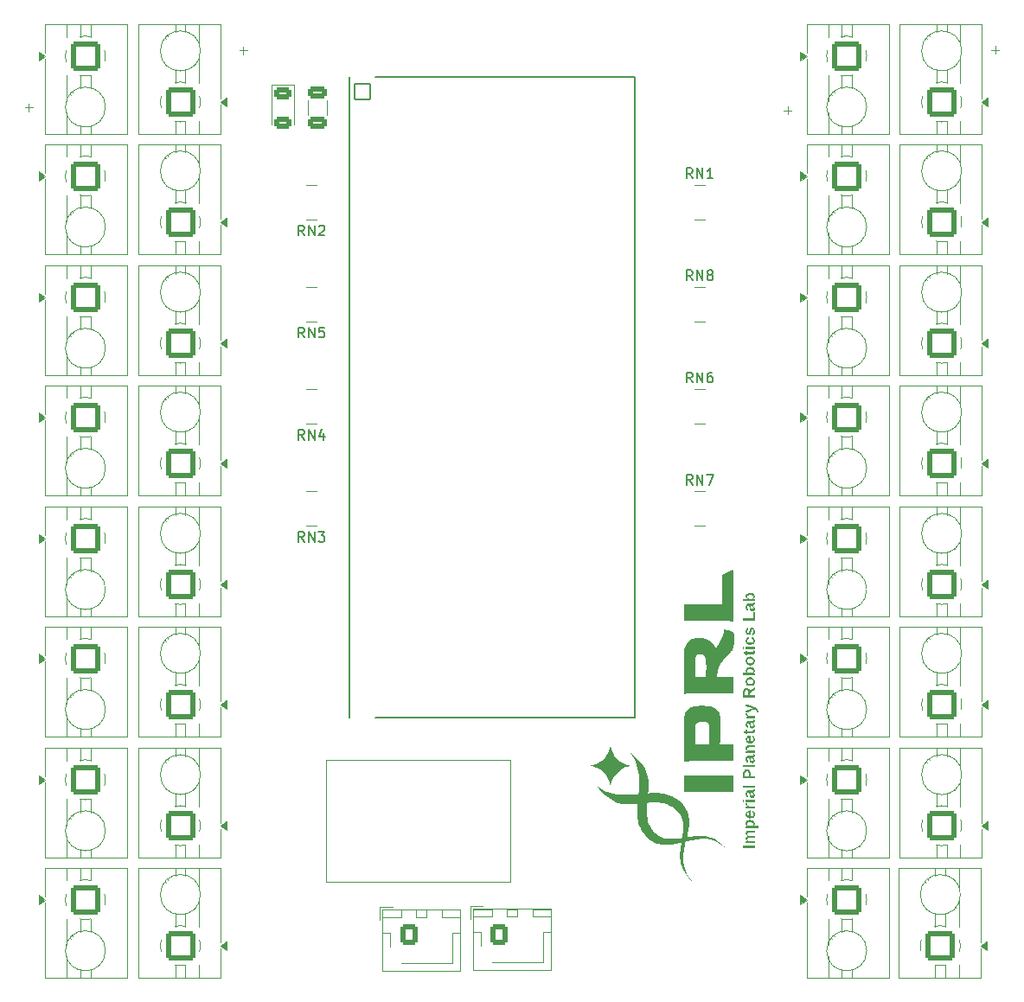
<source format=gto>
G04 #@! TF.GenerationSoftware,KiCad,Pcbnew,9.0.0*
G04 #@! TF.CreationDate,2025-04-21T22:07:48+01:00*
G04 #@! TF.ProjectId,LED_Hub,4c45445f-4875-4622-9e6b-696361645f70,rev?*
G04 #@! TF.SameCoordinates,Original*
G04 #@! TF.FileFunction,Legend,Top*
G04 #@! TF.FilePolarity,Positive*
%FSLAX46Y46*%
G04 Gerber Fmt 4.6, Leading zero omitted, Abs format (unit mm)*
G04 Created by KiCad (PCBNEW 9.0.0) date 2025-04-21 22:07:48*
%MOMM*%
%LPD*%
G01*
G04 APERTURE LIST*
G04 Aperture macros list*
%AMRoundRect*
0 Rectangle with rounded corners*
0 $1 Rounding radius*
0 $2 $3 $4 $5 $6 $7 $8 $9 X,Y pos of 4 corners*
0 Add a 4 corners polygon primitive as box body*
4,1,4,$2,$3,$4,$5,$6,$7,$8,$9,$2,$3,0*
0 Add four circle primitives for the rounded corners*
1,1,$1+$1,$2,$3*
1,1,$1+$1,$4,$5*
1,1,$1+$1,$6,$7*
1,1,$1+$1,$8,$9*
0 Add four rect primitives between the rounded corners*
20,1,$1+$1,$2,$3,$4,$5,0*
20,1,$1+$1,$4,$5,$6,$7,0*
20,1,$1+$1,$6,$7,$8,$9,0*
20,1,$1+$1,$8,$9,$2,$3,0*%
G04 Aperture macros list end*
%ADD10C,0.100000*%
%ADD11C,0.150000*%
%ADD12C,0.120000*%
%ADD13C,0.127000*%
%ADD14C,0.200000*%
%ADD15C,0.000000*%
%ADD16RoundRect,0.250000X-0.650000X0.325000X-0.650000X-0.325000X0.650000X-0.325000X0.650000X0.325000X0*%
%ADD17RoundRect,0.250000X-0.625000X0.375000X-0.625000X-0.375000X0.625000X-0.375000X0.625000X0.375000X0*%
%ADD18C,3.200000*%
%ADD19R,0.800000X0.500000*%
%ADD20R,0.800000X0.400000*%
%ADD21RoundRect,0.250001X-1.149999X1.149999X-1.149999X-1.149999X1.149999X-1.149999X1.149999X1.149999X0*%
%ADD22C,2.800000*%
%ADD23C,1.200000*%
%ADD24RoundRect,0.250000X-0.600000X-0.750000X0.600000X-0.750000X0.600000X0.750000X-0.600000X0.750000X0*%
%ADD25O,1.700000X2.000000*%
%ADD26RoundRect,0.102000X-0.765000X-0.765000X0.765000X-0.765000X0.765000X0.765000X-0.765000X0.765000X0*%
%ADD27C,1.734000*%
%ADD28RoundRect,0.250001X1.149999X-1.149999X1.149999X1.149999X-1.149999X1.149999X-1.149999X-1.149999X0*%
%ADD29C,2.500000*%
G04 APERTURE END LIST*
D10*
X185803884Y-54091466D02*
X186565789Y-54091466D01*
X186184836Y-54472419D02*
X186184836Y-53710514D01*
X132478884Y-48216466D02*
X133240789Y-48216466D01*
X132859836Y-48597419D02*
X132859836Y-47835514D01*
X206103884Y-48141466D02*
X206865789Y-48141466D01*
X206484836Y-48522419D02*
X206484836Y-47760514D01*
X111503884Y-53791466D02*
X112265789Y-53791466D01*
X111884836Y-54172419D02*
X111884836Y-53410514D01*
D11*
X138854523Y-66319819D02*
X138521190Y-65843628D01*
X138283095Y-66319819D02*
X138283095Y-65319819D01*
X138283095Y-65319819D02*
X138664047Y-65319819D01*
X138664047Y-65319819D02*
X138759285Y-65367438D01*
X138759285Y-65367438D02*
X138806904Y-65415057D01*
X138806904Y-65415057D02*
X138854523Y-65510295D01*
X138854523Y-65510295D02*
X138854523Y-65653152D01*
X138854523Y-65653152D02*
X138806904Y-65748390D01*
X138806904Y-65748390D02*
X138759285Y-65796009D01*
X138759285Y-65796009D02*
X138664047Y-65843628D01*
X138664047Y-65843628D02*
X138283095Y-65843628D01*
X139283095Y-66319819D02*
X139283095Y-65319819D01*
X139283095Y-65319819D02*
X139854523Y-66319819D01*
X139854523Y-66319819D02*
X139854523Y-65319819D01*
X140283095Y-65415057D02*
X140330714Y-65367438D01*
X140330714Y-65367438D02*
X140425952Y-65319819D01*
X140425952Y-65319819D02*
X140664047Y-65319819D01*
X140664047Y-65319819D02*
X140759285Y-65367438D01*
X140759285Y-65367438D02*
X140806904Y-65415057D01*
X140806904Y-65415057D02*
X140854523Y-65510295D01*
X140854523Y-65510295D02*
X140854523Y-65605533D01*
X140854523Y-65605533D02*
X140806904Y-65748390D01*
X140806904Y-65748390D02*
X140235476Y-66319819D01*
X140235476Y-66319819D02*
X140854523Y-66319819D01*
X176854523Y-70719819D02*
X176521190Y-70243628D01*
X176283095Y-70719819D02*
X176283095Y-69719819D01*
X176283095Y-69719819D02*
X176664047Y-69719819D01*
X176664047Y-69719819D02*
X176759285Y-69767438D01*
X176759285Y-69767438D02*
X176806904Y-69815057D01*
X176806904Y-69815057D02*
X176854523Y-69910295D01*
X176854523Y-69910295D02*
X176854523Y-70053152D01*
X176854523Y-70053152D02*
X176806904Y-70148390D01*
X176806904Y-70148390D02*
X176759285Y-70196009D01*
X176759285Y-70196009D02*
X176664047Y-70243628D01*
X176664047Y-70243628D02*
X176283095Y-70243628D01*
X177283095Y-70719819D02*
X177283095Y-69719819D01*
X177283095Y-69719819D02*
X177854523Y-70719819D01*
X177854523Y-70719819D02*
X177854523Y-69719819D01*
X178473571Y-70148390D02*
X178378333Y-70100771D01*
X178378333Y-70100771D02*
X178330714Y-70053152D01*
X178330714Y-70053152D02*
X178283095Y-69957914D01*
X178283095Y-69957914D02*
X178283095Y-69910295D01*
X178283095Y-69910295D02*
X178330714Y-69815057D01*
X178330714Y-69815057D02*
X178378333Y-69767438D01*
X178378333Y-69767438D02*
X178473571Y-69719819D01*
X178473571Y-69719819D02*
X178664047Y-69719819D01*
X178664047Y-69719819D02*
X178759285Y-69767438D01*
X178759285Y-69767438D02*
X178806904Y-69815057D01*
X178806904Y-69815057D02*
X178854523Y-69910295D01*
X178854523Y-69910295D02*
X178854523Y-69957914D01*
X178854523Y-69957914D02*
X178806904Y-70053152D01*
X178806904Y-70053152D02*
X178759285Y-70100771D01*
X178759285Y-70100771D02*
X178664047Y-70148390D01*
X178664047Y-70148390D02*
X178473571Y-70148390D01*
X178473571Y-70148390D02*
X178378333Y-70196009D01*
X178378333Y-70196009D02*
X178330714Y-70243628D01*
X178330714Y-70243628D02*
X178283095Y-70338866D01*
X178283095Y-70338866D02*
X178283095Y-70529342D01*
X178283095Y-70529342D02*
X178330714Y-70624580D01*
X178330714Y-70624580D02*
X178378333Y-70672200D01*
X178378333Y-70672200D02*
X178473571Y-70719819D01*
X178473571Y-70719819D02*
X178664047Y-70719819D01*
X178664047Y-70719819D02*
X178759285Y-70672200D01*
X178759285Y-70672200D02*
X178806904Y-70624580D01*
X178806904Y-70624580D02*
X178854523Y-70529342D01*
X178854523Y-70529342D02*
X178854523Y-70338866D01*
X178854523Y-70338866D02*
X178806904Y-70243628D01*
X178806904Y-70243628D02*
X178759285Y-70196009D01*
X178759285Y-70196009D02*
X178664047Y-70148390D01*
X176854523Y-60719819D02*
X176521190Y-60243628D01*
X176283095Y-60719819D02*
X176283095Y-59719819D01*
X176283095Y-59719819D02*
X176664047Y-59719819D01*
X176664047Y-59719819D02*
X176759285Y-59767438D01*
X176759285Y-59767438D02*
X176806904Y-59815057D01*
X176806904Y-59815057D02*
X176854523Y-59910295D01*
X176854523Y-59910295D02*
X176854523Y-60053152D01*
X176854523Y-60053152D02*
X176806904Y-60148390D01*
X176806904Y-60148390D02*
X176759285Y-60196009D01*
X176759285Y-60196009D02*
X176664047Y-60243628D01*
X176664047Y-60243628D02*
X176283095Y-60243628D01*
X177283095Y-60719819D02*
X177283095Y-59719819D01*
X177283095Y-59719819D02*
X177854523Y-60719819D01*
X177854523Y-60719819D02*
X177854523Y-59719819D01*
X178854523Y-60719819D02*
X178283095Y-60719819D01*
X178568809Y-60719819D02*
X178568809Y-59719819D01*
X178568809Y-59719819D02*
X178473571Y-59862676D01*
X178473571Y-59862676D02*
X178378333Y-59957914D01*
X178378333Y-59957914D02*
X178283095Y-60005533D01*
X138854523Y-96319819D02*
X138521190Y-95843628D01*
X138283095Y-96319819D02*
X138283095Y-95319819D01*
X138283095Y-95319819D02*
X138664047Y-95319819D01*
X138664047Y-95319819D02*
X138759285Y-95367438D01*
X138759285Y-95367438D02*
X138806904Y-95415057D01*
X138806904Y-95415057D02*
X138854523Y-95510295D01*
X138854523Y-95510295D02*
X138854523Y-95653152D01*
X138854523Y-95653152D02*
X138806904Y-95748390D01*
X138806904Y-95748390D02*
X138759285Y-95796009D01*
X138759285Y-95796009D02*
X138664047Y-95843628D01*
X138664047Y-95843628D02*
X138283095Y-95843628D01*
X139283095Y-96319819D02*
X139283095Y-95319819D01*
X139283095Y-95319819D02*
X139854523Y-96319819D01*
X139854523Y-96319819D02*
X139854523Y-95319819D01*
X140235476Y-95319819D02*
X140854523Y-95319819D01*
X140854523Y-95319819D02*
X140521190Y-95700771D01*
X140521190Y-95700771D02*
X140664047Y-95700771D01*
X140664047Y-95700771D02*
X140759285Y-95748390D01*
X140759285Y-95748390D02*
X140806904Y-95796009D01*
X140806904Y-95796009D02*
X140854523Y-95891247D01*
X140854523Y-95891247D02*
X140854523Y-96129342D01*
X140854523Y-96129342D02*
X140806904Y-96224580D01*
X140806904Y-96224580D02*
X140759285Y-96272200D01*
X140759285Y-96272200D02*
X140664047Y-96319819D01*
X140664047Y-96319819D02*
X140378333Y-96319819D01*
X140378333Y-96319819D02*
X140283095Y-96272200D01*
X140283095Y-96272200D02*
X140235476Y-96224580D01*
X138854523Y-86319819D02*
X138521190Y-85843628D01*
X138283095Y-86319819D02*
X138283095Y-85319819D01*
X138283095Y-85319819D02*
X138664047Y-85319819D01*
X138664047Y-85319819D02*
X138759285Y-85367438D01*
X138759285Y-85367438D02*
X138806904Y-85415057D01*
X138806904Y-85415057D02*
X138854523Y-85510295D01*
X138854523Y-85510295D02*
X138854523Y-85653152D01*
X138854523Y-85653152D02*
X138806904Y-85748390D01*
X138806904Y-85748390D02*
X138759285Y-85796009D01*
X138759285Y-85796009D02*
X138664047Y-85843628D01*
X138664047Y-85843628D02*
X138283095Y-85843628D01*
X139283095Y-86319819D02*
X139283095Y-85319819D01*
X139283095Y-85319819D02*
X139854523Y-86319819D01*
X139854523Y-86319819D02*
X139854523Y-85319819D01*
X140759285Y-85653152D02*
X140759285Y-86319819D01*
X140521190Y-85272200D02*
X140283095Y-85986485D01*
X140283095Y-85986485D02*
X140902142Y-85986485D01*
X138854523Y-76319819D02*
X138521190Y-75843628D01*
X138283095Y-76319819D02*
X138283095Y-75319819D01*
X138283095Y-75319819D02*
X138664047Y-75319819D01*
X138664047Y-75319819D02*
X138759285Y-75367438D01*
X138759285Y-75367438D02*
X138806904Y-75415057D01*
X138806904Y-75415057D02*
X138854523Y-75510295D01*
X138854523Y-75510295D02*
X138854523Y-75653152D01*
X138854523Y-75653152D02*
X138806904Y-75748390D01*
X138806904Y-75748390D02*
X138759285Y-75796009D01*
X138759285Y-75796009D02*
X138664047Y-75843628D01*
X138664047Y-75843628D02*
X138283095Y-75843628D01*
X139283095Y-76319819D02*
X139283095Y-75319819D01*
X139283095Y-75319819D02*
X139854523Y-76319819D01*
X139854523Y-76319819D02*
X139854523Y-75319819D01*
X140806904Y-75319819D02*
X140330714Y-75319819D01*
X140330714Y-75319819D02*
X140283095Y-75796009D01*
X140283095Y-75796009D02*
X140330714Y-75748390D01*
X140330714Y-75748390D02*
X140425952Y-75700771D01*
X140425952Y-75700771D02*
X140664047Y-75700771D01*
X140664047Y-75700771D02*
X140759285Y-75748390D01*
X140759285Y-75748390D02*
X140806904Y-75796009D01*
X140806904Y-75796009D02*
X140854523Y-75891247D01*
X140854523Y-75891247D02*
X140854523Y-76129342D01*
X140854523Y-76129342D02*
X140806904Y-76224580D01*
X140806904Y-76224580D02*
X140759285Y-76272200D01*
X140759285Y-76272200D02*
X140664047Y-76319819D01*
X140664047Y-76319819D02*
X140425952Y-76319819D01*
X140425952Y-76319819D02*
X140330714Y-76272200D01*
X140330714Y-76272200D02*
X140283095Y-76224580D01*
X176854523Y-80719819D02*
X176521190Y-80243628D01*
X176283095Y-80719819D02*
X176283095Y-79719819D01*
X176283095Y-79719819D02*
X176664047Y-79719819D01*
X176664047Y-79719819D02*
X176759285Y-79767438D01*
X176759285Y-79767438D02*
X176806904Y-79815057D01*
X176806904Y-79815057D02*
X176854523Y-79910295D01*
X176854523Y-79910295D02*
X176854523Y-80053152D01*
X176854523Y-80053152D02*
X176806904Y-80148390D01*
X176806904Y-80148390D02*
X176759285Y-80196009D01*
X176759285Y-80196009D02*
X176664047Y-80243628D01*
X176664047Y-80243628D02*
X176283095Y-80243628D01*
X177283095Y-80719819D02*
X177283095Y-79719819D01*
X177283095Y-79719819D02*
X177854523Y-80719819D01*
X177854523Y-80719819D02*
X177854523Y-79719819D01*
X178759285Y-79719819D02*
X178568809Y-79719819D01*
X178568809Y-79719819D02*
X178473571Y-79767438D01*
X178473571Y-79767438D02*
X178425952Y-79815057D01*
X178425952Y-79815057D02*
X178330714Y-79957914D01*
X178330714Y-79957914D02*
X178283095Y-80148390D01*
X178283095Y-80148390D02*
X178283095Y-80529342D01*
X178283095Y-80529342D02*
X178330714Y-80624580D01*
X178330714Y-80624580D02*
X178378333Y-80672200D01*
X178378333Y-80672200D02*
X178473571Y-80719819D01*
X178473571Y-80719819D02*
X178664047Y-80719819D01*
X178664047Y-80719819D02*
X178759285Y-80672200D01*
X178759285Y-80672200D02*
X178806904Y-80624580D01*
X178806904Y-80624580D02*
X178854523Y-80529342D01*
X178854523Y-80529342D02*
X178854523Y-80291247D01*
X178854523Y-80291247D02*
X178806904Y-80196009D01*
X178806904Y-80196009D02*
X178759285Y-80148390D01*
X178759285Y-80148390D02*
X178664047Y-80100771D01*
X178664047Y-80100771D02*
X178473571Y-80100771D01*
X178473571Y-80100771D02*
X178378333Y-80148390D01*
X178378333Y-80148390D02*
X178330714Y-80196009D01*
X178330714Y-80196009D02*
X178283095Y-80291247D01*
X176854523Y-90719819D02*
X176521190Y-90243628D01*
X176283095Y-90719819D02*
X176283095Y-89719819D01*
X176283095Y-89719819D02*
X176664047Y-89719819D01*
X176664047Y-89719819D02*
X176759285Y-89767438D01*
X176759285Y-89767438D02*
X176806904Y-89815057D01*
X176806904Y-89815057D02*
X176854523Y-89910295D01*
X176854523Y-89910295D02*
X176854523Y-90053152D01*
X176854523Y-90053152D02*
X176806904Y-90148390D01*
X176806904Y-90148390D02*
X176759285Y-90196009D01*
X176759285Y-90196009D02*
X176664047Y-90243628D01*
X176664047Y-90243628D02*
X176283095Y-90243628D01*
X177283095Y-90719819D02*
X177283095Y-89719819D01*
X177283095Y-89719819D02*
X177854523Y-90719819D01*
X177854523Y-90719819D02*
X177854523Y-89719819D01*
X178235476Y-89719819D02*
X178902142Y-89719819D01*
X178902142Y-89719819D02*
X178473571Y-90719819D01*
D12*
X141030000Y-53118748D02*
X141030000Y-54541252D01*
X139210000Y-53118748D02*
X139210000Y-54541252D01*
X137885000Y-51565000D02*
X135615000Y-51565000D01*
X135615000Y-51565000D02*
X135615000Y-55450000D01*
X137885000Y-55450000D02*
X137885000Y-51565000D01*
X139045000Y-61385000D02*
X140045000Y-61385000D01*
X139045000Y-64745000D02*
X140045000Y-64745000D01*
X113505000Y-57380000D02*
X113505000Y-60200000D01*
X113505000Y-60800000D02*
X113505000Y-68120000D01*
X115625000Y-57380000D02*
X115625000Y-58620000D01*
X115625000Y-62380000D02*
X115625000Y-64957000D01*
X115625000Y-66043000D02*
X115625000Y-68120000D01*
X115982000Y-64295000D02*
X115939000Y-64252000D01*
X116221000Y-64056000D02*
X116178000Y-64013000D01*
X116925000Y-57380000D02*
X116925000Y-58620000D01*
X116925000Y-62380000D02*
X116925000Y-63688000D01*
X116925000Y-67312000D02*
X116925000Y-68120000D01*
X117925000Y-57380000D02*
X117925000Y-58620000D01*
X117925000Y-62380000D02*
X117925000Y-63688000D01*
X117925000Y-67312000D02*
X117925000Y-68120000D01*
X118672000Y-66987000D02*
X118629000Y-66944000D01*
X118911000Y-66747000D02*
X118868000Y-66704000D01*
X121545000Y-57380000D02*
X113505000Y-57380000D01*
X121545000Y-57380000D02*
X121545000Y-68120000D01*
X121545000Y-68120000D02*
X113505000Y-68120000D01*
X115545000Y-61054000D02*
G75*
G02*
X115545139Y-59945528I1879990J554000D01*
G01*
X116871000Y-58620000D02*
G75*
G02*
X117979472Y-58620139I554000J-1879990D01*
G01*
X117979000Y-62380000D02*
G75*
G02*
X116870528Y-62379861I-554000J1880000D01*
G01*
X119305000Y-59946000D02*
G75*
G02*
X119304861Y-61054472I-1880000J-554000D01*
G01*
X119385000Y-65500000D02*
G75*
G02*
X115465000Y-65500000I-1960000J0D01*
G01*
X115465000Y-65500000D02*
G75*
G02*
X119385000Y-65500000I1960000J0D01*
G01*
X113505000Y-60500000D02*
X112895000Y-60940000D01*
X112895000Y-60060000D01*
X113505000Y-60500000D01*
G36*
X113505000Y-60500000D02*
G01*
X112895000Y-60940000D01*
X112895000Y-60060000D01*
X113505000Y-60500000D01*
G37*
X188030000Y-92880000D02*
X188030000Y-95700000D01*
X188030000Y-96300000D02*
X188030000Y-103620000D01*
X190150000Y-92880000D02*
X190150000Y-94120000D01*
X190150000Y-97880000D02*
X190150000Y-100457000D01*
X190150000Y-101543000D02*
X190150000Y-103620000D01*
X190507000Y-99795000D02*
X190464000Y-99752000D01*
X190746000Y-99556000D02*
X190703000Y-99513000D01*
X191450000Y-92880000D02*
X191450000Y-94120000D01*
X191450000Y-97880000D02*
X191450000Y-99188000D01*
X191450000Y-102812000D02*
X191450000Y-103620000D01*
X192450000Y-92880000D02*
X192450000Y-94120000D01*
X192450000Y-97880000D02*
X192450000Y-99188000D01*
X192450000Y-102812000D02*
X192450000Y-103620000D01*
X193197000Y-102487000D02*
X193154000Y-102444000D01*
X193436000Y-102247000D02*
X193393000Y-102204000D01*
X196070000Y-92880000D02*
X188030000Y-92880000D01*
X196070000Y-92880000D02*
X196070000Y-103620000D01*
X196070000Y-103620000D02*
X188030000Y-103620000D01*
X190070000Y-96554000D02*
G75*
G02*
X190070139Y-95445528I1879990J554000D01*
G01*
X191396000Y-94120000D02*
G75*
G02*
X192504472Y-94120139I554000J-1879990D01*
G01*
X192504000Y-97880000D02*
G75*
G02*
X191395528Y-97879861I-554000J1880000D01*
G01*
X193830000Y-95446000D02*
G75*
G02*
X193829861Y-96554472I-1880000J-554000D01*
G01*
X193910000Y-101000000D02*
G75*
G02*
X189990000Y-101000000I-1960000J0D01*
G01*
X189990000Y-101000000D02*
G75*
G02*
X193910000Y-101000000I1960000J0D01*
G01*
X188030000Y-96000000D02*
X187420000Y-96440000D01*
X187420000Y-95560000D01*
X188030000Y-96000000D01*
G36*
X188030000Y-96000000D02*
G01*
X187420000Y-96440000D01*
X187420000Y-95560000D01*
X188030000Y-96000000D01*
G37*
X155100000Y-132000000D02*
X155100000Y-133250000D01*
X155390000Y-132290000D02*
X155390000Y-138260000D01*
X155390000Y-138260000D02*
X163010000Y-138260000D01*
X155400000Y-132300000D02*
X155400000Y-133050000D01*
X155400000Y-133050000D02*
X157200000Y-133050000D01*
X155400000Y-134550000D02*
X156150000Y-134550000D01*
X156150000Y-134550000D02*
X156150000Y-135890000D01*
X156350000Y-132000000D02*
X155100000Y-132000000D01*
X157200000Y-132300000D02*
X155400000Y-132300000D01*
X157200000Y-133050000D02*
X157200000Y-132300000D01*
X158700000Y-132300000D02*
X158700000Y-133050000D01*
X158700000Y-133050000D02*
X159700000Y-133050000D01*
X159200000Y-137500000D02*
X157210000Y-137500000D01*
X159700000Y-132300000D02*
X158700000Y-132300000D01*
X159700000Y-133050000D02*
X159700000Y-132300000D01*
X161200000Y-132300000D02*
X161200000Y-133050000D01*
X161200000Y-133050000D02*
X163000000Y-133050000D01*
X162250000Y-134550000D02*
X162250000Y-137500000D01*
X162250000Y-137500000D02*
X159200000Y-137500000D01*
X163000000Y-132300000D02*
X161200000Y-132300000D01*
X163000000Y-133050000D02*
X163000000Y-132300000D01*
X163000000Y-134550000D02*
X162250000Y-134550000D01*
X163010000Y-132290000D02*
X155390000Y-132290000D01*
X163010000Y-138260000D02*
X163010000Y-132290000D01*
X113505000Y-45630000D02*
X113505000Y-48450000D01*
X113505000Y-49050000D02*
X113505000Y-56370000D01*
X115625000Y-45630000D02*
X115625000Y-46870000D01*
X115625000Y-50630000D02*
X115625000Y-53207000D01*
X115625000Y-54293000D02*
X115625000Y-56370000D01*
X115982000Y-52545000D02*
X115939000Y-52502000D01*
X116221000Y-52306000D02*
X116178000Y-52263000D01*
X116925000Y-45630000D02*
X116925000Y-46870000D01*
X116925000Y-50630000D02*
X116925000Y-51938000D01*
X116925000Y-55562000D02*
X116925000Y-56370000D01*
X117925000Y-45630000D02*
X117925000Y-46870000D01*
X117925000Y-50630000D02*
X117925000Y-51938000D01*
X117925000Y-55562000D02*
X117925000Y-56370000D01*
X118672000Y-55237000D02*
X118629000Y-55194000D01*
X118911000Y-54997000D02*
X118868000Y-54954000D01*
X121545000Y-45630000D02*
X113505000Y-45630000D01*
X121545000Y-45630000D02*
X121545000Y-56370000D01*
X121545000Y-56370000D02*
X113505000Y-56370000D01*
X115545000Y-49304000D02*
G75*
G02*
X115545139Y-48195528I1879990J554000D01*
G01*
X116871000Y-46870000D02*
G75*
G02*
X117979472Y-46870139I554000J-1879990D01*
G01*
X117979000Y-50630000D02*
G75*
G02*
X116870528Y-50629861I-554000J1880000D01*
G01*
X119305000Y-48196000D02*
G75*
G02*
X119304861Y-49304472I-1880000J-554000D01*
G01*
X119385000Y-53750000D02*
G75*
G02*
X115465000Y-53750000I-1960000J0D01*
G01*
X115465000Y-53750000D02*
G75*
G02*
X119385000Y-53750000I1960000J0D01*
G01*
X113505000Y-48750000D02*
X112895000Y-49190000D01*
X112895000Y-48310000D01*
X113505000Y-48750000D01*
G36*
X113505000Y-48750000D02*
G01*
X112895000Y-49190000D01*
X112895000Y-48310000D01*
X113505000Y-48750000D01*
G37*
D13*
X143295000Y-113565000D02*
X143295000Y-50825000D01*
X145845000Y-50825000D02*
X171245000Y-50825000D01*
X171245000Y-50825000D02*
X171245000Y-113565000D01*
X171245000Y-113565000D02*
X145845000Y-113565000D01*
D14*
X144929000Y-52223000D02*
G75*
G02*
X144729000Y-52223000I-100000J0D01*
G01*
X144729000Y-52223000D02*
G75*
G02*
X144929000Y-52223000I100000J0D01*
G01*
D12*
X188030000Y-81005000D02*
X188030000Y-83825000D01*
X188030000Y-84425000D02*
X188030000Y-91745000D01*
X190150000Y-81005000D02*
X190150000Y-82245000D01*
X190150000Y-86005000D02*
X190150000Y-88582000D01*
X190150000Y-89668000D02*
X190150000Y-91745000D01*
X190507000Y-87920000D02*
X190464000Y-87877000D01*
X190746000Y-87681000D02*
X190703000Y-87638000D01*
X191450000Y-81005000D02*
X191450000Y-82245000D01*
X191450000Y-86005000D02*
X191450000Y-87313000D01*
X191450000Y-90937000D02*
X191450000Y-91745000D01*
X192450000Y-81005000D02*
X192450000Y-82245000D01*
X192450000Y-86005000D02*
X192450000Y-87313000D01*
X192450000Y-90937000D02*
X192450000Y-91745000D01*
X193197000Y-90612000D02*
X193154000Y-90569000D01*
X193436000Y-90372000D02*
X193393000Y-90329000D01*
X196070000Y-81005000D02*
X188030000Y-81005000D01*
X196070000Y-81005000D02*
X196070000Y-91745000D01*
X196070000Y-91745000D02*
X188030000Y-91745000D01*
X190070000Y-84679000D02*
G75*
G02*
X190070139Y-83570528I1879990J554000D01*
G01*
X191396000Y-82245000D02*
G75*
G02*
X192504472Y-82245139I554000J-1879990D01*
G01*
X192504000Y-86005000D02*
G75*
G02*
X191395528Y-86004861I-554000J1880000D01*
G01*
X193830000Y-83571000D02*
G75*
G02*
X193829861Y-84679472I-1880000J-554000D01*
G01*
X193910000Y-89125000D02*
G75*
G02*
X189990000Y-89125000I-1960000J0D01*
G01*
X189990000Y-89125000D02*
G75*
G02*
X193910000Y-89125000I1960000J0D01*
G01*
X188030000Y-84125000D02*
X187420000Y-84565000D01*
X187420000Y-83685000D01*
X188030000Y-84125000D01*
G36*
X188030000Y-84125000D02*
G01*
X187420000Y-84565000D01*
X187420000Y-83685000D01*
X188030000Y-84125000D01*
G37*
X122605000Y-57380000D02*
X130645000Y-57380000D01*
X122605000Y-68120000D02*
X122605000Y-57380000D01*
X122605000Y-68120000D02*
X130645000Y-68120000D01*
X125239000Y-58753000D02*
X125282000Y-58796000D01*
X125478000Y-58513000D02*
X125521000Y-58556000D01*
X126225000Y-58188000D02*
X126225000Y-57380000D01*
X126225000Y-63120000D02*
X126225000Y-61812000D01*
X126225000Y-68120000D02*
X126225000Y-66880000D01*
X127225000Y-58188000D02*
X127225000Y-57380000D01*
X127225000Y-63120000D02*
X127225000Y-61812000D01*
X127225000Y-68120000D02*
X127225000Y-66880000D01*
X127929000Y-61444000D02*
X127972000Y-61487000D01*
X128168000Y-61205000D02*
X128211000Y-61248000D01*
X128525000Y-59457000D02*
X128525000Y-57380000D01*
X128525000Y-63120000D02*
X128525000Y-60543000D01*
X128525000Y-68120000D02*
X128525000Y-66880000D01*
X130645000Y-64700000D02*
X130645000Y-57380000D01*
X130645000Y-68120000D02*
X130645000Y-65300000D01*
X124845000Y-65554000D02*
G75*
G02*
X124845139Y-64445528I1880000J554000D01*
G01*
X126171000Y-63120000D02*
G75*
G02*
X127279472Y-63120139I554000J-1880000D01*
G01*
X127279000Y-66880000D02*
G75*
G02*
X126170528Y-66879861I-554000J1879990D01*
G01*
X128605000Y-64446000D02*
G75*
G02*
X128604861Y-65554472I-1879990J-554000D01*
G01*
X128685000Y-60000000D02*
G75*
G02*
X124765000Y-60000000I-1960000J0D01*
G01*
X124765000Y-60000000D02*
G75*
G02*
X128685000Y-60000000I1960000J0D01*
G01*
X131255000Y-65440000D02*
X130645000Y-65000000D01*
X131255000Y-64560000D01*
X131255000Y-65440000D01*
G36*
X131255000Y-65440000D02*
G01*
X130645000Y-65000000D01*
X131255000Y-64560000D01*
X131255000Y-65440000D01*
G37*
X197130000Y-116505000D02*
X205170000Y-116505000D01*
X197130000Y-127245000D02*
X197130000Y-116505000D01*
X197130000Y-127245000D02*
X205170000Y-127245000D01*
X199764000Y-117878000D02*
X199807000Y-117921000D01*
X200003000Y-117638000D02*
X200046000Y-117681000D01*
X200750000Y-117313000D02*
X200750000Y-116505000D01*
X200750000Y-122245000D02*
X200750000Y-120937000D01*
X200750000Y-127245000D02*
X200750000Y-126005000D01*
X201750000Y-117313000D02*
X201750000Y-116505000D01*
X201750000Y-122245000D02*
X201750000Y-120937000D01*
X201750000Y-127245000D02*
X201750000Y-126005000D01*
X202454000Y-120569000D02*
X202497000Y-120612000D01*
X202693000Y-120330000D02*
X202736000Y-120373000D01*
X203050000Y-118582000D02*
X203050000Y-116505000D01*
X203050000Y-122245000D02*
X203050000Y-119668000D01*
X203050000Y-127245000D02*
X203050000Y-126005000D01*
X205170000Y-123825000D02*
X205170000Y-116505000D01*
X205170000Y-127245000D02*
X205170000Y-124425000D01*
X199370000Y-124679000D02*
G75*
G02*
X199370139Y-123570528I1880000J554000D01*
G01*
X200696000Y-122245000D02*
G75*
G02*
X201804472Y-122245139I554000J-1880000D01*
G01*
X201804000Y-126005000D02*
G75*
G02*
X200695528Y-126004861I-554000J1879990D01*
G01*
X203130000Y-123571000D02*
G75*
G02*
X203129861Y-124679472I-1879990J-554000D01*
G01*
X203210000Y-119125000D02*
G75*
G02*
X199290000Y-119125000I-1960000J0D01*
G01*
X199290000Y-119125000D02*
G75*
G02*
X203210000Y-119125000I1960000J0D01*
G01*
X205780000Y-124565000D02*
X205170000Y-124125000D01*
X205780000Y-123685000D01*
X205780000Y-124565000D01*
G36*
X205780000Y-124565000D02*
G01*
X205170000Y-124125000D01*
X205780000Y-123685000D01*
X205780000Y-124565000D01*
G37*
X178045000Y-71385000D02*
X177045000Y-71385000D01*
X178045000Y-74745000D02*
X177045000Y-74745000D01*
X197130000Y-104630000D02*
X205170000Y-104630000D01*
X197130000Y-115370000D02*
X197130000Y-104630000D01*
X197130000Y-115370000D02*
X205170000Y-115370000D01*
X199764000Y-106003000D02*
X199807000Y-106046000D01*
X200003000Y-105763000D02*
X200046000Y-105806000D01*
X200750000Y-105438000D02*
X200750000Y-104630000D01*
X200750000Y-110370000D02*
X200750000Y-109062000D01*
X200750000Y-115370000D02*
X200750000Y-114130000D01*
X201750000Y-105438000D02*
X201750000Y-104630000D01*
X201750000Y-110370000D02*
X201750000Y-109062000D01*
X201750000Y-115370000D02*
X201750000Y-114130000D01*
X202454000Y-108694000D02*
X202497000Y-108737000D01*
X202693000Y-108455000D02*
X202736000Y-108498000D01*
X203050000Y-106707000D02*
X203050000Y-104630000D01*
X203050000Y-110370000D02*
X203050000Y-107793000D01*
X203050000Y-115370000D02*
X203050000Y-114130000D01*
X205170000Y-111950000D02*
X205170000Y-104630000D01*
X205170000Y-115370000D02*
X205170000Y-112550000D01*
X199370000Y-112804000D02*
G75*
G02*
X199370139Y-111695528I1880000J554000D01*
G01*
X200696000Y-110370000D02*
G75*
G02*
X201804472Y-110370139I554000J-1880000D01*
G01*
X201804000Y-114130000D02*
G75*
G02*
X200695528Y-114129861I-554000J1879990D01*
G01*
X203130000Y-111696000D02*
G75*
G02*
X203129861Y-112804472I-1879990J-554000D01*
G01*
X203210000Y-107250000D02*
G75*
G02*
X199290000Y-107250000I-1960000J0D01*
G01*
X199290000Y-107250000D02*
G75*
G02*
X203210000Y-107250000I1960000J0D01*
G01*
X205780000Y-112690000D02*
X205170000Y-112250000D01*
X205780000Y-111810000D01*
X205780000Y-112690000D01*
G36*
X205780000Y-112690000D02*
G01*
X205170000Y-112250000D01*
X205780000Y-111810000D01*
X205780000Y-112690000D01*
G37*
X197130000Y-57380000D02*
X205170000Y-57380000D01*
X197130000Y-68120000D02*
X197130000Y-57380000D01*
X197130000Y-68120000D02*
X205170000Y-68120000D01*
X199764000Y-58753000D02*
X199807000Y-58796000D01*
X200003000Y-58513000D02*
X200046000Y-58556000D01*
X200750000Y-58188000D02*
X200750000Y-57380000D01*
X200750000Y-63120000D02*
X200750000Y-61812000D01*
X200750000Y-68120000D02*
X200750000Y-66880000D01*
X201750000Y-58188000D02*
X201750000Y-57380000D01*
X201750000Y-63120000D02*
X201750000Y-61812000D01*
X201750000Y-68120000D02*
X201750000Y-66880000D01*
X202454000Y-61444000D02*
X202497000Y-61487000D01*
X202693000Y-61205000D02*
X202736000Y-61248000D01*
X203050000Y-59457000D02*
X203050000Y-57380000D01*
X203050000Y-63120000D02*
X203050000Y-60543000D01*
X203050000Y-68120000D02*
X203050000Y-66880000D01*
X205170000Y-64700000D02*
X205170000Y-57380000D01*
X205170000Y-68120000D02*
X205170000Y-65300000D01*
X199370000Y-65554000D02*
G75*
G02*
X199370139Y-64445528I1880000J554000D01*
G01*
X200696000Y-63120000D02*
G75*
G02*
X201804472Y-63120139I554000J-1880000D01*
G01*
X201804000Y-66880000D02*
G75*
G02*
X200695528Y-66879861I-554000J1879990D01*
G01*
X203130000Y-64446000D02*
G75*
G02*
X203129861Y-65554472I-1879990J-554000D01*
G01*
X203210000Y-60000000D02*
G75*
G02*
X199290000Y-60000000I-1960000J0D01*
G01*
X199290000Y-60000000D02*
G75*
G02*
X203210000Y-60000000I1960000J0D01*
G01*
X205780000Y-65440000D02*
X205170000Y-65000000D01*
X205780000Y-64560000D01*
X205780000Y-65440000D01*
G36*
X205780000Y-65440000D02*
G01*
X205170000Y-65000000D01*
X205780000Y-64560000D01*
X205780000Y-65440000D01*
G37*
X197005000Y-128255000D02*
X205045000Y-128255000D01*
X197005000Y-138995000D02*
X197005000Y-128255000D01*
X197005000Y-138995000D02*
X205045000Y-138995000D01*
X199639000Y-129628000D02*
X199682000Y-129671000D01*
X199878000Y-129388000D02*
X199921000Y-129431000D01*
X200625000Y-129063000D02*
X200625000Y-128255000D01*
X200625000Y-133995000D02*
X200625000Y-132687000D01*
X200625000Y-138995000D02*
X200625000Y-137755000D01*
X201625000Y-129063000D02*
X201625000Y-128255000D01*
X201625000Y-133995000D02*
X201625000Y-132687000D01*
X201625000Y-138995000D02*
X201625000Y-137755000D01*
X202329000Y-132319000D02*
X202372000Y-132362000D01*
X202568000Y-132080000D02*
X202611000Y-132123000D01*
X202925000Y-130332000D02*
X202925000Y-128255000D01*
X202925000Y-133995000D02*
X202925000Y-131418000D01*
X202925000Y-138995000D02*
X202925000Y-137755000D01*
X205045000Y-135575000D02*
X205045000Y-128255000D01*
X205045000Y-138995000D02*
X205045000Y-136175000D01*
X199245000Y-136429000D02*
G75*
G02*
X199245139Y-135320528I1880000J554000D01*
G01*
X200571000Y-133995000D02*
G75*
G02*
X201679472Y-133995139I554000J-1880000D01*
G01*
X201679000Y-137755000D02*
G75*
G02*
X200570528Y-137754861I-554000J1879990D01*
G01*
X203005000Y-135321000D02*
G75*
G02*
X203004861Y-136429472I-1879990J-554000D01*
G01*
X203085000Y-130875000D02*
G75*
G02*
X199165000Y-130875000I-1960000J0D01*
G01*
X199165000Y-130875000D02*
G75*
G02*
X203085000Y-130875000I1960000J0D01*
G01*
X205655000Y-136315000D02*
X205045000Y-135875000D01*
X205655000Y-135435000D01*
X205655000Y-136315000D01*
G36*
X205655000Y-136315000D02*
G01*
X205045000Y-135875000D01*
X205655000Y-135435000D01*
X205655000Y-136315000D01*
G37*
X122605000Y-81005000D02*
X130645000Y-81005000D01*
X122605000Y-91745000D02*
X122605000Y-81005000D01*
X122605000Y-91745000D02*
X130645000Y-91745000D01*
X125239000Y-82378000D02*
X125282000Y-82421000D01*
X125478000Y-82138000D02*
X125521000Y-82181000D01*
X126225000Y-81813000D02*
X126225000Y-81005000D01*
X126225000Y-86745000D02*
X126225000Y-85437000D01*
X126225000Y-91745000D02*
X126225000Y-90505000D01*
X127225000Y-81813000D02*
X127225000Y-81005000D01*
X127225000Y-86745000D02*
X127225000Y-85437000D01*
X127225000Y-91745000D02*
X127225000Y-90505000D01*
X127929000Y-85069000D02*
X127972000Y-85112000D01*
X128168000Y-84830000D02*
X128211000Y-84873000D01*
X128525000Y-83082000D02*
X128525000Y-81005000D01*
X128525000Y-86745000D02*
X128525000Y-84168000D01*
X128525000Y-91745000D02*
X128525000Y-90505000D01*
X130645000Y-88325000D02*
X130645000Y-81005000D01*
X130645000Y-91745000D02*
X130645000Y-88925000D01*
X124845000Y-89179000D02*
G75*
G02*
X124845139Y-88070528I1880000J554000D01*
G01*
X126171000Y-86745000D02*
G75*
G02*
X127279472Y-86745139I554000J-1880000D01*
G01*
X127279000Y-90505000D02*
G75*
G02*
X126170528Y-90504861I-554000J1879990D01*
G01*
X128605000Y-88071000D02*
G75*
G02*
X128604861Y-89179472I-1879990J-554000D01*
G01*
X128685000Y-83625000D02*
G75*
G02*
X124765000Y-83625000I-1960000J0D01*
G01*
X124765000Y-83625000D02*
G75*
G02*
X128685000Y-83625000I1960000J0D01*
G01*
X131255000Y-89065000D02*
X130645000Y-88625000D01*
X131255000Y-88185000D01*
X131255000Y-89065000D01*
G36*
X131255000Y-89065000D02*
G01*
X130645000Y-88625000D01*
X131255000Y-88185000D01*
X131255000Y-89065000D01*
G37*
X113505000Y-128255000D02*
X113505000Y-131075000D01*
X113505000Y-131675000D02*
X113505000Y-138995000D01*
X115625000Y-128255000D02*
X115625000Y-129495000D01*
X115625000Y-133255000D02*
X115625000Y-135832000D01*
X115625000Y-136918000D02*
X115625000Y-138995000D01*
X115982000Y-135170000D02*
X115939000Y-135127000D01*
X116221000Y-134931000D02*
X116178000Y-134888000D01*
X116925000Y-128255000D02*
X116925000Y-129495000D01*
X116925000Y-133255000D02*
X116925000Y-134563000D01*
X116925000Y-138187000D02*
X116925000Y-138995000D01*
X117925000Y-128255000D02*
X117925000Y-129495000D01*
X117925000Y-133255000D02*
X117925000Y-134563000D01*
X117925000Y-138187000D02*
X117925000Y-138995000D01*
X118672000Y-137862000D02*
X118629000Y-137819000D01*
X118911000Y-137622000D02*
X118868000Y-137579000D01*
X121545000Y-128255000D02*
X113505000Y-128255000D01*
X121545000Y-128255000D02*
X121545000Y-138995000D01*
X121545000Y-138995000D02*
X113505000Y-138995000D01*
X115545000Y-131929000D02*
G75*
G02*
X115545139Y-130820528I1879990J554000D01*
G01*
X116871000Y-129495000D02*
G75*
G02*
X117979472Y-129495139I554000J-1879990D01*
G01*
X117979000Y-133255000D02*
G75*
G02*
X116870528Y-133254861I-554000J1880000D01*
G01*
X119305000Y-130821000D02*
G75*
G02*
X119304861Y-131929472I-1880000J-554000D01*
G01*
X119385000Y-136375000D02*
G75*
G02*
X115465000Y-136375000I-1960000J0D01*
G01*
X115465000Y-136375000D02*
G75*
G02*
X119385000Y-136375000I1960000J0D01*
G01*
X113505000Y-131375000D02*
X112895000Y-131815000D01*
X112895000Y-130935000D01*
X113505000Y-131375000D01*
G36*
X113505000Y-131375000D02*
G01*
X112895000Y-131815000D01*
X112895000Y-130935000D01*
X113505000Y-131375000D01*
G37*
X197130000Y-69255000D02*
X205170000Y-69255000D01*
X197130000Y-79995000D02*
X197130000Y-69255000D01*
X197130000Y-79995000D02*
X205170000Y-79995000D01*
X199764000Y-70628000D02*
X199807000Y-70671000D01*
X200003000Y-70388000D02*
X200046000Y-70431000D01*
X200750000Y-70063000D02*
X200750000Y-69255000D01*
X200750000Y-74995000D02*
X200750000Y-73687000D01*
X200750000Y-79995000D02*
X200750000Y-78755000D01*
X201750000Y-70063000D02*
X201750000Y-69255000D01*
X201750000Y-74995000D02*
X201750000Y-73687000D01*
X201750000Y-79995000D02*
X201750000Y-78755000D01*
X202454000Y-73319000D02*
X202497000Y-73362000D01*
X202693000Y-73080000D02*
X202736000Y-73123000D01*
X203050000Y-71332000D02*
X203050000Y-69255000D01*
X203050000Y-74995000D02*
X203050000Y-72418000D01*
X203050000Y-79995000D02*
X203050000Y-78755000D01*
X205170000Y-76575000D02*
X205170000Y-69255000D01*
X205170000Y-79995000D02*
X205170000Y-77175000D01*
X199370000Y-77429000D02*
G75*
G02*
X199370139Y-76320528I1880000J554000D01*
G01*
X200696000Y-74995000D02*
G75*
G02*
X201804472Y-74995139I554000J-1880000D01*
G01*
X201804000Y-78755000D02*
G75*
G02*
X200695528Y-78754861I-554000J1879990D01*
G01*
X203130000Y-76321000D02*
G75*
G02*
X203129861Y-77429472I-1879990J-554000D01*
G01*
X203210000Y-71875000D02*
G75*
G02*
X199290000Y-71875000I-1960000J0D01*
G01*
X199290000Y-71875000D02*
G75*
G02*
X203210000Y-71875000I1960000J0D01*
G01*
X205780000Y-77315000D02*
X205170000Y-76875000D01*
X205780000Y-76435000D01*
X205780000Y-77315000D01*
G36*
X205780000Y-77315000D02*
G01*
X205170000Y-76875000D01*
X205780000Y-76435000D01*
X205780000Y-77315000D01*
G37*
X178045000Y-61385000D02*
X177045000Y-61385000D01*
X178045000Y-64745000D02*
X177045000Y-64745000D01*
X122605000Y-45630000D02*
X130645000Y-45630000D01*
X122605000Y-56370000D02*
X122605000Y-45630000D01*
X122605000Y-56370000D02*
X130645000Y-56370000D01*
X125239000Y-47003000D02*
X125282000Y-47046000D01*
X125478000Y-46763000D02*
X125521000Y-46806000D01*
X126225000Y-46438000D02*
X126225000Y-45630000D01*
X126225000Y-51370000D02*
X126225000Y-50062000D01*
X126225000Y-56370000D02*
X126225000Y-55130000D01*
X127225000Y-46438000D02*
X127225000Y-45630000D01*
X127225000Y-51370000D02*
X127225000Y-50062000D01*
X127225000Y-56370000D02*
X127225000Y-55130000D01*
X127929000Y-49694000D02*
X127972000Y-49737000D01*
X128168000Y-49455000D02*
X128211000Y-49498000D01*
X128525000Y-47707000D02*
X128525000Y-45630000D01*
X128525000Y-51370000D02*
X128525000Y-48793000D01*
X128525000Y-56370000D02*
X128525000Y-55130000D01*
X130645000Y-52950000D02*
X130645000Y-45630000D01*
X130645000Y-56370000D02*
X130645000Y-53550000D01*
X124845000Y-53804000D02*
G75*
G02*
X124845139Y-52695528I1880000J554000D01*
G01*
X126171000Y-51370000D02*
G75*
G02*
X127279472Y-51370139I554000J-1880000D01*
G01*
X127279000Y-55130000D02*
G75*
G02*
X126170528Y-55129861I-554000J1879990D01*
G01*
X128605000Y-52696000D02*
G75*
G02*
X128604861Y-53804472I-1879990J-554000D01*
G01*
X128685000Y-48250000D02*
G75*
G02*
X124765000Y-48250000I-1960000J0D01*
G01*
X124765000Y-48250000D02*
G75*
G02*
X128685000Y-48250000I1960000J0D01*
G01*
X131255000Y-53690000D02*
X130645000Y-53250000D01*
X131255000Y-52810000D01*
X131255000Y-53690000D01*
G36*
X131255000Y-53690000D02*
G01*
X130645000Y-53250000D01*
X131255000Y-52810000D01*
X131255000Y-53690000D01*
G37*
X139045000Y-91385000D02*
X140045000Y-91385000D01*
X139045000Y-94745000D02*
X140045000Y-94745000D01*
D15*
G36*
X177001838Y-129739196D02*
G01*
X177004811Y-129743127D01*
X177004146Y-129756554D01*
X176999254Y-129757674D01*
X176978689Y-129747058D01*
X176975716Y-129743127D01*
X176976381Y-129729700D01*
X176981273Y-129728579D01*
X177001838Y-129739196D01*
G37*
G36*
X180881730Y-119996277D02*
G01*
X180881730Y-120781844D01*
X178459565Y-120781844D01*
X176037400Y-120781844D01*
X176037400Y-119996277D01*
X176037400Y-119210710D01*
X178459565Y-119210710D01*
X180881730Y-119210710D01*
X180881730Y-119996277D01*
G37*
G36*
X181914605Y-106707102D02*
G01*
X181914605Y-106816208D01*
X181834593Y-106816208D01*
X181754582Y-106816208D01*
X181754582Y-106707102D01*
X181754582Y-106597995D01*
X181834593Y-106597995D01*
X181914605Y-106597995D01*
X181914605Y-106707102D01*
G37*
G36*
X181914605Y-121691065D02*
G01*
X181914605Y-121800172D01*
X181834593Y-121800172D01*
X181754582Y-121800172D01*
X181754582Y-121691065D01*
X181754582Y-121581959D01*
X181834593Y-121581959D01*
X181914605Y-121581959D01*
X181914605Y-121691065D01*
G37*
G36*
X182947480Y-118286941D02*
G01*
X182947480Y-118396048D01*
X182351031Y-118396048D01*
X181754582Y-118396048D01*
X181754582Y-118286941D01*
X181754582Y-118177835D01*
X182351031Y-118177835D01*
X182947480Y-118177835D01*
X182947480Y-118286941D01*
G37*
G36*
X182947480Y-120309049D02*
G01*
X182947480Y-120418156D01*
X182351031Y-120418156D01*
X181754582Y-120418156D01*
X181754582Y-120309049D01*
X181754582Y-120199943D01*
X182351031Y-120199943D01*
X182947480Y-120199943D01*
X182947480Y-120309049D01*
G37*
G36*
X182947480Y-126193528D02*
G01*
X182947480Y-126309908D01*
X182387400Y-126309908D01*
X181827320Y-126309908D01*
X181827320Y-126193528D01*
X181827320Y-126077148D01*
X182387400Y-126077148D01*
X182947480Y-126077148D01*
X182947480Y-126193528D01*
G37*
G36*
X182947480Y-106707102D02*
G01*
X182947480Y-106816208D01*
X182518328Y-106816208D01*
X182089175Y-106816208D01*
X182089175Y-106707102D01*
X182089175Y-106597995D01*
X182518328Y-106597995D01*
X182947480Y-106597995D01*
X182947480Y-106707102D01*
G37*
G36*
X182947480Y-121691065D02*
G01*
X182947480Y-121800172D01*
X182518328Y-121800172D01*
X182089175Y-121800172D01*
X182089175Y-121691065D01*
X182089175Y-121581959D01*
X182518328Y-121581959D01*
X182947480Y-121581959D01*
X182947480Y-121691065D01*
G37*
G36*
X182947480Y-103637571D02*
G01*
X182947480Y-104052176D01*
X182387400Y-104052176D01*
X181827320Y-104052176D01*
X181827320Y-103943070D01*
X181827320Y-103833963D01*
X182300114Y-103833963D01*
X182772909Y-103833963D01*
X182772909Y-103528465D01*
X182772909Y-103222967D01*
X182860195Y-103222967D01*
X182947480Y-103222967D01*
X182947480Y-103637571D01*
G37*
G36*
X182249198Y-122024542D02*
G01*
X182260689Y-122100362D01*
X182294512Y-122158372D01*
X182349692Y-122197185D01*
X182377424Y-122206996D01*
X182409476Y-122211897D01*
X182464628Y-122216128D01*
X182536889Y-122219404D01*
X182620267Y-122221434D01*
X182689261Y-122221969D01*
X182947480Y-122222050D01*
X182947480Y-122331157D01*
X182947480Y-122440263D01*
X182518328Y-122440263D01*
X182089175Y-122440263D01*
X182089175Y-122338431D01*
X182089175Y-122236598D01*
X182176460Y-122236598D01*
X182222487Y-122234946D01*
X182254094Y-122230652D01*
X182263691Y-122225687D01*
X182251419Y-122214323D01*
X182220225Y-122197565D01*
X182198112Y-122187830D01*
X182133346Y-122152332D01*
X182093875Y-122107298D01*
X182076300Y-122048012D01*
X182074628Y-122016423D01*
X182074628Y-121945647D01*
X182161913Y-121945647D01*
X182249198Y-121945647D01*
X182249198Y-122024542D01*
G37*
G36*
X182249198Y-113200615D02*
G01*
X182255949Y-113262226D01*
X182278221Y-113308199D01*
X182280736Y-113311485D01*
X182304265Y-113337711D01*
X182330970Y-113357596D01*
X182365058Y-113371992D01*
X182410742Y-113381748D01*
X182472230Y-113387715D01*
X182553733Y-113390743D01*
X182659462Y-113391682D01*
X182677883Y-113391695D01*
X182947480Y-113391695D01*
X182947480Y-113500802D01*
X182947480Y-113609908D01*
X182541339Y-113609908D01*
X182434547Y-113610224D01*
X182336565Y-113611115D01*
X182251370Y-113612498D01*
X182182941Y-113614288D01*
X182135256Y-113616401D01*
X182112292Y-113618754D01*
X182111512Y-113618997D01*
X182099459Y-113620383D01*
X182092860Y-113609379D01*
X182090664Y-113580659D01*
X182091821Y-113528896D01*
X182092138Y-113520801D01*
X182096449Y-113413516D01*
X182190203Y-113406243D01*
X182283957Y-113398969D01*
X182206962Y-113363083D01*
X182140338Y-113325604D01*
X182098808Y-113284819D01*
X182078426Y-113235667D01*
X182074628Y-113193342D01*
X182074628Y-113129839D01*
X182161913Y-113129839D01*
X182249198Y-113129839D01*
X182249198Y-113200615D01*
G37*
G36*
X182220103Y-114774611D02*
G01*
X182220103Y-114862796D01*
X182487745Y-114858259D01*
X182593863Y-114855899D01*
X182674392Y-114852066D01*
X182732837Y-114845524D01*
X182772702Y-114835038D01*
X182797491Y-114819372D01*
X182810711Y-114797292D01*
X182815866Y-114767562D01*
X182816552Y-114742361D01*
X182818099Y-114706374D01*
X182828378Y-114690519D01*
X182855851Y-114686541D01*
X182873884Y-114686426D01*
X182912616Y-114689802D01*
X182937437Y-114698188D01*
X182940192Y-114700951D01*
X182949554Y-114731902D01*
X182955053Y-114781543D01*
X182956594Y-114839711D01*
X182954081Y-114896246D01*
X182947418Y-114940985D01*
X182942595Y-114955555D01*
X182927219Y-114987048D01*
X182911405Y-115011286D01*
X182891307Y-115029282D01*
X182863077Y-115042047D01*
X182822869Y-115050595D01*
X182766837Y-115055936D01*
X182691132Y-115059082D01*
X182591908Y-115061046D01*
X182538655Y-115061812D01*
X182220103Y-115066237D01*
X182220103Y-115123639D01*
X182220103Y-115181042D01*
X182154639Y-115181042D01*
X182089175Y-115181042D01*
X182089175Y-115118442D01*
X182089175Y-115055841D01*
X181987342Y-115023044D01*
X181885510Y-114990246D01*
X181885510Y-114925621D01*
X181885510Y-114860996D01*
X181987342Y-114860996D01*
X182089175Y-114860996D01*
X182089175Y-114773711D01*
X182089175Y-114686426D01*
X182154639Y-114686426D01*
X182220103Y-114686426D01*
X182220103Y-114774611D01*
G37*
G36*
X182947480Y-116336015D02*
G01*
X182947480Y-116446678D01*
X182674714Y-116446759D01*
X182584736Y-116447547D01*
X182501433Y-116449686D01*
X182430517Y-116452921D01*
X182377703Y-116456996D01*
X182349951Y-116461284D01*
X182287616Y-116491002D01*
X182246559Y-116537862D01*
X182229690Y-116598429D01*
X182229481Y-116603446D01*
X182240683Y-116670945D01*
X182278236Y-116726264D01*
X182336117Y-116766537D01*
X182358950Y-116776881D01*
X182384125Y-116784481D01*
X182416371Y-116789750D01*
X182460416Y-116793102D01*
X182520986Y-116794952D01*
X182602812Y-116795712D01*
X182670497Y-116795819D01*
X182947480Y-116795819D01*
X182947480Y-116904925D01*
X182947480Y-117014032D01*
X182518328Y-117014032D01*
X182089175Y-117014032D01*
X182089175Y-116912893D01*
X182089175Y-116811755D01*
X182176648Y-116807424D01*
X182264121Y-116803093D01*
X182196128Y-116752176D01*
X182132431Y-116694171D01*
X182093886Y-116631262D01*
X182076673Y-116555891D01*
X182074867Y-116512369D01*
X182084865Y-116423740D01*
X182115628Y-116353899D01*
X182169117Y-116299429D01*
X182212434Y-116272962D01*
X182236752Y-116260965D01*
X182259885Y-116251790D01*
X182286157Y-116244982D01*
X182319893Y-116240087D01*
X182365417Y-116236651D01*
X182427055Y-116234218D01*
X182509131Y-116232336D01*
X182615969Y-116230548D01*
X182616129Y-116230546D01*
X182947480Y-116225353D01*
X182947480Y-116336015D01*
G37*
G36*
X182912708Y-106965182D02*
G01*
X182937707Y-106973869D01*
X182940506Y-106976717D01*
X182949832Y-107007675D01*
X182955335Y-107057734D01*
X182956972Y-107117147D01*
X182954700Y-107176166D01*
X182948474Y-107225044D01*
X182941717Y-107248056D01*
X182925570Y-107278161D01*
X182905464Y-107301560D01*
X182877699Y-107319168D01*
X182838575Y-107331901D01*
X182784394Y-107340675D01*
X182711456Y-107346406D01*
X182616061Y-107350009D01*
X182521964Y-107351960D01*
X182220103Y-107357010D01*
X182220103Y-107406655D01*
X182218595Y-107437299D01*
X182208759Y-107451714D01*
X182182628Y-107456022D01*
X182155476Y-107456300D01*
X182090848Y-107456300D01*
X182086375Y-107395630D01*
X182081901Y-107334960D01*
X181987342Y-107303544D01*
X181892783Y-107272129D01*
X181888349Y-107204192D01*
X181883916Y-107136254D01*
X181986545Y-107136254D01*
X182089175Y-107136254D01*
X182089175Y-107056243D01*
X182089175Y-106976231D01*
X182154639Y-106976231D01*
X182220103Y-106976231D01*
X182220103Y-107057124D01*
X182220103Y-107138018D01*
X182497706Y-107133499D01*
X182601740Y-107131495D01*
X182680266Y-107128452D01*
X182736869Y-107123061D01*
X182775136Y-107114013D01*
X182798652Y-107099998D01*
X182811003Y-107079708D01*
X182815774Y-107051833D01*
X182816552Y-107017093D01*
X182818123Y-106981444D01*
X182828477Y-106965737D01*
X182856073Y-106961797D01*
X182873884Y-106961684D01*
X182912708Y-106965182D01*
G37*
G36*
X182283648Y-118598346D02*
G01*
X182373474Y-118636731D01*
X182447469Y-118698585D01*
X182503215Y-118782173D01*
X182523294Y-118831008D01*
X182529861Y-118865006D01*
X182535182Y-118921090D01*
X182538772Y-118992257D01*
X182540147Y-119071509D01*
X182540149Y-119074679D01*
X182540149Y-119268900D01*
X182743814Y-119268900D01*
X182947480Y-119268900D01*
X182947480Y-119385280D01*
X182947480Y-119501661D01*
X182386432Y-119501661D01*
X182183734Y-119501661D01*
X181825385Y-119501661D01*
X181828553Y-119268900D01*
X181987342Y-119268900D01*
X182183734Y-119268900D01*
X182380126Y-119268900D01*
X182379305Y-119119788D01*
X182377256Y-119050855D01*
X182372420Y-118987555D01*
X182365629Y-118938977D01*
X182361120Y-118921122D01*
X182326636Y-118863690D01*
X182270844Y-118825422D01*
X182195729Y-118807325D01*
X182143759Y-118806447D01*
X182103711Y-118818024D01*
X182074628Y-118835271D01*
X182040480Y-118866238D01*
X182016068Y-118908680D01*
X182000109Y-118967047D01*
X181991321Y-119045791D01*
X181988513Y-119134335D01*
X181987342Y-119268900D01*
X181828553Y-119268900D01*
X181829989Y-119163431D01*
X181831636Y-119054542D01*
X181833487Y-118970616D01*
X181835915Y-118907523D01*
X181839297Y-118861130D01*
X181844008Y-118827307D01*
X181850423Y-118801923D01*
X181858916Y-118780846D01*
X181865993Y-118767010D01*
X181923459Y-118685104D01*
X181994793Y-118628179D01*
X182081759Y-118595216D01*
X182180411Y-118585166D01*
X182283648Y-118598346D01*
G37*
G36*
X182595271Y-108579088D02*
G01*
X182684110Y-108589431D01*
X182759401Y-108611481D01*
X182828248Y-108646740D01*
X182838913Y-108653558D01*
X182888988Y-108702122D01*
X182927262Y-108770105D01*
X182951258Y-108849360D01*
X182958499Y-108931746D01*
X182946811Y-109008122D01*
X182928067Y-109043137D01*
X182894610Y-109084834D01*
X182866253Y-109112750D01*
X182799821Y-109171226D01*
X182870013Y-109175705D01*
X182940206Y-109180183D01*
X182944480Y-109285653D01*
X182948755Y-109391122D01*
X182518328Y-109391122D01*
X182351668Y-109391122D01*
X181754582Y-109391122D01*
X181754582Y-109282016D01*
X181754582Y-109172909D01*
X181996664Y-109172909D01*
X182238747Y-109172909D01*
X182172250Y-109114376D01*
X182119801Y-109058649D01*
X182088913Y-108999213D01*
X182085828Y-108981271D01*
X182220427Y-108981271D01*
X182229704Y-109047106D01*
X182258048Y-109097257D01*
X182307280Y-109132850D01*
X182379223Y-109155015D01*
X182475698Y-109164878D01*
X182518328Y-109165636D01*
X182618246Y-109161341D01*
X182693758Y-109147669D01*
X182748372Y-109123444D01*
X182785597Y-109087484D01*
X182794686Y-109072801D01*
X182812969Y-109016141D01*
X182814274Y-108953545D01*
X182799105Y-108897362D01*
X182786658Y-108876973D01*
X182744526Y-108843316D01*
X182680146Y-108817109D01*
X182599833Y-108800264D01*
X182514855Y-108794673D01*
X182407947Y-108801425D01*
X182325985Y-108822073D01*
X182268043Y-108857204D01*
X182233193Y-108907405D01*
X182220509Y-108973264D01*
X182220427Y-108981271D01*
X182085828Y-108981271D01*
X182076698Y-108928179D01*
X182078410Y-108857957D01*
X182095798Y-108771460D01*
X182133455Y-108701993D01*
X182192560Y-108648748D01*
X182274294Y-108610918D01*
X182379837Y-108587692D01*
X182485776Y-108578950D01*
X182595271Y-108579088D01*
G37*
G36*
X182654547Y-107573171D02*
G01*
X182677377Y-107579045D01*
X182761016Y-107616718D01*
X182836891Y-107675657D01*
X182898034Y-107749041D01*
X182937474Y-107830052D01*
X182939004Y-107835025D01*
X182956935Y-107929897D01*
X182959207Y-108031895D01*
X182945894Y-108127571D01*
X182937262Y-108157991D01*
X182893037Y-108246994D01*
X182827042Y-108319635D01*
X182742616Y-108374254D01*
X182643098Y-108409191D01*
X182531824Y-108422786D01*
X182481959Y-108419216D01*
X182420846Y-108414841D01*
X182336312Y-108395873D01*
X182269026Y-108366542D01*
X182207555Y-108321357D01*
X182187277Y-108302684D01*
X182134507Y-108233462D01*
X182097202Y-108145077D01*
X182076623Y-108043762D01*
X182075138Y-107981850D01*
X182220103Y-107981850D01*
X182228541Y-108056440D01*
X182255270Y-108113228D01*
X182302409Y-108153940D01*
X182372081Y-108180303D01*
X182466407Y-108194045D01*
X182481959Y-108195075D01*
X182587332Y-108194300D01*
X182671454Y-108177650D01*
X182738086Y-108144120D01*
X182768394Y-108118364D01*
X182797943Y-108084748D01*
X182812194Y-108052761D01*
X182816436Y-108008812D01*
X182816552Y-107994622D01*
X182809349Y-107926601D01*
X182787273Y-107877920D01*
X182739692Y-107834850D01*
X182669118Y-107804229D01*
X182579439Y-107787372D01*
X182511054Y-107784430D01*
X182405452Y-107792264D01*
X182324545Y-107814449D01*
X182267355Y-107851650D01*
X182232904Y-107904532D01*
X182220213Y-107973757D01*
X182220103Y-107981850D01*
X182075138Y-107981850D01*
X182074033Y-107935748D01*
X182090692Y-107827265D01*
X182090872Y-107826551D01*
X182120456Y-107758214D01*
X182170969Y-107691232D01*
X182235085Y-107633917D01*
X182288907Y-107601704D01*
X182368131Y-107575700D01*
X182462920Y-107561842D01*
X182562113Y-107560782D01*
X182654547Y-107573171D01*
G37*
G36*
X180804222Y-99074107D02*
G01*
X180821368Y-99109460D01*
X180838667Y-99172177D01*
X180854414Y-99251489D01*
X180856829Y-99275006D01*
X180859091Y-99317814D01*
X180861208Y-99380647D01*
X180863186Y-99464238D01*
X180865032Y-99569319D01*
X180866752Y-99696623D01*
X180868353Y-99846883D01*
X180869842Y-100020831D01*
X180871226Y-100219202D01*
X180872511Y-100442727D01*
X180873704Y-100692139D01*
X180874812Y-100968171D01*
X180875841Y-101271556D01*
X180876798Y-101603027D01*
X180877141Y-101735481D01*
X180877911Y-102044361D01*
X180878582Y-102325453D01*
X180879144Y-102580065D01*
X180879585Y-102809502D01*
X180879895Y-103015072D01*
X180880062Y-103198083D01*
X180880076Y-103359840D01*
X180879926Y-103501651D01*
X180879600Y-103624824D01*
X180879087Y-103730664D01*
X180878377Y-103820480D01*
X180877458Y-103895577D01*
X180876320Y-103957264D01*
X180874951Y-104006846D01*
X180873341Y-104045632D01*
X180871478Y-104074927D01*
X180869351Y-104096039D01*
X180866949Y-104110276D01*
X180864262Y-104118943D01*
X180861278Y-104123349D01*
X180857986Y-104124799D01*
X180856990Y-104124853D01*
X180834912Y-104123048D01*
X180788891Y-104118056D01*
X180723833Y-104110452D01*
X180644646Y-104100810D01*
X180556237Y-104089706D01*
X180547136Y-104088545D01*
X180263459Y-104052297D01*
X178150429Y-104052237D01*
X176037400Y-104052176D01*
X176037400Y-103266609D01*
X176037400Y-102481042D01*
X177899484Y-102481042D01*
X179761569Y-102481042D01*
X179761569Y-101014502D01*
X179761569Y-99547962D01*
X180264580Y-99308803D01*
X180377540Y-99255216D01*
X180482646Y-99205586D01*
X180576912Y-99161306D01*
X180657350Y-99123768D01*
X180720975Y-99094365D01*
X180764801Y-99074491D01*
X180785840Y-99065537D01*
X180786899Y-99065209D01*
X180804222Y-99074107D01*
G37*
G36*
X182736541Y-105631249D02*
G01*
X182810242Y-105671205D01*
X182871802Y-105733352D01*
X182918928Y-105812507D01*
X182949330Y-105903485D01*
X182960717Y-106001101D01*
X182950798Y-106100172D01*
X182948377Y-106110653D01*
X182911395Y-106209496D01*
X182853922Y-106287738D01*
X182776126Y-106345261D01*
X182678178Y-106381950D01*
X182560248Y-106397686D01*
X182530196Y-106398330D01*
X182407845Y-106390516D01*
X182306940Y-106365467D01*
X182224559Y-106321844D01*
X182157780Y-106258309D01*
X182125868Y-106213144D01*
X182105658Y-106178501D01*
X182092814Y-106148177D01*
X182085679Y-106113965D01*
X182082594Y-106067655D01*
X182081903Y-106001038D01*
X182081901Y-105995413D01*
X182082584Y-105926312D01*
X182085673Y-105878033D01*
X182092727Y-105842317D01*
X182105308Y-105810904D01*
X182122711Y-105779371D01*
X182173513Y-105713835D01*
X182237593Y-105662037D01*
X182305893Y-105631196D01*
X182309782Y-105630204D01*
X182348544Y-105620780D01*
X182353424Y-105725655D01*
X182355358Y-105780173D01*
X182353586Y-105812751D01*
X182346225Y-105830484D01*
X182331392Y-105840472D01*
X182321936Y-105844270D01*
X182265019Y-105875667D01*
X182232250Y-105920155D01*
X182220304Y-105982624D01*
X182220103Y-105994087D01*
X182222916Y-106043469D01*
X182234276Y-106076370D01*
X182258561Y-106105107D01*
X182260109Y-106106576D01*
X182314265Y-106142853D01*
X182386987Y-106165457D01*
X182481783Y-106175330D01*
X182518328Y-106175954D01*
X182627714Y-106168591D01*
X182712108Y-106146455D01*
X182771620Y-106109481D01*
X182806365Y-106057599D01*
X182816552Y-105997353D01*
X182804454Y-105928158D01*
X182768508Y-105875524D01*
X182709236Y-105840203D01*
X182707005Y-105839383D01*
X182679070Y-105826135D01*
X182662862Y-105807204D01*
X182657016Y-105776656D01*
X182660171Y-105728555D01*
X182668518Y-105671842D01*
X182678350Y-105611267D01*
X182736541Y-105631249D01*
G37*
G36*
X182938070Y-110586847D02*
G01*
X182946132Y-110599850D01*
X182948312Y-110625333D01*
X182947780Y-110662872D01*
X182947480Y-110690605D01*
X182947480Y-110812762D01*
X182732904Y-110944034D01*
X182518328Y-111075306D01*
X182514182Y-111222447D01*
X182510036Y-111369587D01*
X182728758Y-111369587D01*
X182947480Y-111369587D01*
X182947480Y-111478694D01*
X182947480Y-111587801D01*
X182386492Y-111587801D01*
X182160048Y-111587801D01*
X181825504Y-111587801D01*
X181828204Y-111369587D01*
X181983613Y-111369587D01*
X182160048Y-111369587D01*
X182336483Y-111369587D01*
X182336483Y-111164530D01*
X182335816Y-111077510D01*
X182333473Y-111014400D01*
X182328948Y-110970036D01*
X182321732Y-110939256D01*
X182312258Y-110918461D01*
X182273020Y-110874575D01*
X182217332Y-110851159D01*
X182160272Y-110845876D01*
X182107403Y-110850027D01*
X182066855Y-110864650D01*
X182036917Y-110892997D01*
X182015881Y-110938323D01*
X182002038Y-111003881D01*
X181993677Y-111092925D01*
X181990217Y-111169559D01*
X181983613Y-111369587D01*
X181828204Y-111369587D01*
X181830049Y-111220475D01*
X181831587Y-111106801D01*
X181833269Y-111018297D01*
X181835428Y-110951041D01*
X181838401Y-110901108D01*
X181842520Y-110864574D01*
X181848123Y-110837516D01*
X181855542Y-110816010D01*
X181865113Y-110796132D01*
X181866468Y-110793582D01*
X181921946Y-110716440D01*
X181991112Y-110660967D01*
X182069335Y-110627093D01*
X182151984Y-110614748D01*
X182234426Y-110623862D01*
X182312029Y-110654366D01*
X182380163Y-110706188D01*
X182434196Y-110779260D01*
X182445631Y-110802326D01*
X182465943Y-110837918D01*
X182484602Y-110854695D01*
X182490221Y-110854784D01*
X182508075Y-110844797D01*
X182545601Y-110821747D01*
X182598157Y-110788554D01*
X182661100Y-110748134D01*
X182698486Y-110723866D01*
X182783547Y-110668112D01*
X182846864Y-110626957D01*
X182891608Y-110599977D01*
X182920953Y-110586748D01*
X182938070Y-110586847D01*
G37*
G36*
X182607201Y-101317554D02*
G01*
X182693989Y-101330652D01*
X182718291Y-101336931D01*
X182807424Y-101376095D01*
X182878276Y-101433101D01*
X182928743Y-101503812D01*
X182956720Y-101584090D01*
X182960103Y-101669798D01*
X182936786Y-101756797D01*
X182934492Y-101761968D01*
X182905761Y-101808563D01*
X182865993Y-101854357D01*
X182851485Y-101867438D01*
X182795375Y-101913688D01*
X182871428Y-101913688D01*
X182947480Y-101913688D01*
X182947480Y-102024613D01*
X182947480Y-102135538D01*
X182902019Y-102126446D01*
X182877471Y-102124392D01*
X182827350Y-102122500D01*
X182755179Y-102120824D01*
X182664480Y-102119418D01*
X182558774Y-102118336D01*
X182553333Y-102118303D01*
X182441585Y-102117630D01*
X182316434Y-102117356D01*
X182305570Y-102117354D01*
X181754582Y-102117354D01*
X181754582Y-102015521D01*
X181754582Y-101913688D01*
X181998253Y-101913200D01*
X182241924Y-101912713D01*
X182186653Y-101867571D01*
X182122848Y-101798909D01*
X182088235Y-101724139D01*
X182220103Y-101724139D01*
X182233580Y-101788047D01*
X182272758Y-101840578D01*
X182335761Y-101879626D01*
X182369311Y-101891628D01*
X182460716Y-101909614D01*
X182553333Y-101911695D01*
X182640465Y-101898959D01*
X182715415Y-101872494D01*
X182771485Y-101833387D01*
X182779091Y-101825048D01*
X182810763Y-101767691D01*
X182818357Y-101705053D01*
X182802019Y-101645270D01*
X182775208Y-101608251D01*
X182725020Y-101571747D01*
X182658848Y-101548571D01*
X182572888Y-101537835D01*
X182474685Y-101538109D01*
X182378887Y-101547307D01*
X182308308Y-101566591D01*
X182260218Y-101597953D01*
X182231888Y-101643390D01*
X182220588Y-101704894D01*
X182220103Y-101724139D01*
X182088235Y-101724139D01*
X182085733Y-101718735D01*
X182074947Y-101634228D01*
X182088333Y-101539520D01*
X182126513Y-101458889D01*
X182187777Y-101394405D01*
X182270419Y-101348137D01*
X182325209Y-101331002D01*
X182410695Y-101317546D01*
X182508731Y-101313124D01*
X182607201Y-101317554D01*
G37*
G36*
X182636907Y-109591635D02*
G01*
X182676508Y-109600900D01*
X182760852Y-109638574D01*
X182836938Y-109697074D01*
X182897972Y-109769805D01*
X182937164Y-109850171D01*
X182938836Y-109855647D01*
X182955277Y-109940922D01*
X182959884Y-110035191D01*
X182952158Y-110122947D01*
X182948072Y-110142765D01*
X182913032Y-110230659D01*
X182854790Y-110309693D01*
X182779079Y-110374034D01*
X182691634Y-110417846D01*
X182671579Y-110424098D01*
X182597844Y-110436309D01*
X182518328Y-110438487D01*
X182509546Y-110438727D01*
X182419314Y-110431901D01*
X182339779Y-110416383D01*
X182315679Y-110408581D01*
X182233649Y-110363240D01*
X182163427Y-110295787D01*
X182111005Y-110212616D01*
X182095341Y-110173352D01*
X182083537Y-110118147D01*
X182077642Y-110048016D01*
X182077507Y-109996270D01*
X182216474Y-109996270D01*
X182224032Y-110072135D01*
X182254569Y-110131314D01*
X182309685Y-110176857D01*
X182311879Y-110178128D01*
X182344225Y-110194622D01*
X182376727Y-110204954D01*
X182417458Y-110210474D01*
X182474491Y-110212531D01*
X182518328Y-110212670D01*
X182606494Y-110209728D01*
X182672176Y-110200068D01*
X182721612Y-110181629D01*
X182761038Y-110152348D01*
X182786172Y-110124102D01*
X182809617Y-110073752D01*
X182816540Y-110010862D01*
X182806783Y-109946950D01*
X182789120Y-109906396D01*
X182752444Y-109862418D01*
X182702183Y-109832163D01*
X182634042Y-109814085D01*
X182543724Y-109806637D01*
X182510830Y-109806245D01*
X182439161Y-109807565D01*
X182388832Y-109812203D01*
X182352167Y-109821340D01*
X182323233Y-109835126D01*
X182261022Y-109884643D01*
X182225640Y-109944927D01*
X182216474Y-109996270D01*
X182077507Y-109996270D01*
X182077444Y-109972239D01*
X182082728Y-109900098D01*
X182093280Y-109840872D01*
X182103663Y-109812113D01*
X182148253Y-109744103D01*
X182205512Y-109681765D01*
X182266302Y-109634538D01*
X182286159Y-109623596D01*
X182359902Y-109598809D01*
X182450130Y-109584801D01*
X182546059Y-109582201D01*
X182636907Y-109591635D01*
G37*
G36*
X182118292Y-112203944D02*
G01*
X182160824Y-112218418D01*
X182222858Y-112240768D01*
X182300635Y-112269541D01*
X182390392Y-112303287D01*
X182488369Y-112340554D01*
X182590805Y-112379891D01*
X182693937Y-112419846D01*
X182794007Y-112458968D01*
X182887251Y-112495805D01*
X182969910Y-112528906D01*
X183038221Y-112556820D01*
X183088425Y-112578095D01*
X183116759Y-112591279D01*
X183118383Y-112592175D01*
X183168457Y-112626250D01*
X183214375Y-112666467D01*
X183233880Y-112688387D01*
X183254183Y-112718023D01*
X183266965Y-112747674D01*
X183274383Y-112785879D01*
X183278595Y-112841174D01*
X183279884Y-112870459D01*
X183284968Y-112998912D01*
X183210783Y-112998912D01*
X183136598Y-112998912D01*
X183136383Y-112937085D01*
X183129077Y-112872007D01*
X183104556Y-112822755D01*
X183058130Y-112781991D01*
X183024579Y-112762145D01*
X182949552Y-112721770D01*
X182544822Y-112884042D01*
X182441908Y-112925202D01*
X182346937Y-112962994D01*
X182263490Y-112996007D01*
X182195147Y-113022830D01*
X182145490Y-113042055D01*
X182118100Y-113052271D01*
X182114633Y-113053404D01*
X182101662Y-113053983D01*
X182094001Y-113043114D01*
X182090299Y-113015328D01*
X182089201Y-112965150D01*
X182089175Y-112950395D01*
X182089175Y-112840296D01*
X182401833Y-112737759D01*
X182493015Y-112708164D01*
X182575679Y-112681915D01*
X182645571Y-112660317D01*
X182698438Y-112644674D01*
X182730026Y-112636288D01*
X182736427Y-112635223D01*
X182755859Y-112627403D01*
X182758362Y-112620676D01*
X182746627Y-112607660D01*
X182737206Y-112606128D01*
X182716911Y-112602030D01*
X182673801Y-112590665D01*
X182612833Y-112573429D01*
X182538966Y-112551719D01*
X182471713Y-112531393D01*
X182386339Y-112505292D01*
X182305450Y-112480585D01*
X182235328Y-112459189D01*
X182182258Y-112443022D01*
X182158276Y-112435740D01*
X182089175Y-112414822D01*
X182089175Y-112306809D01*
X182090393Y-112254946D01*
X182093611Y-112216692D01*
X182098179Y-112199194D01*
X182099024Y-112198797D01*
X182118292Y-112203944D01*
G37*
G36*
X182554696Y-115550591D02*
G01*
X182554696Y-115837000D01*
X182609250Y-115827842D01*
X182694054Y-115808966D01*
X182753580Y-115783243D01*
X182791433Y-115747348D01*
X182811214Y-115697960D01*
X182816552Y-115636667D01*
X182813583Y-115584144D01*
X182802502Y-115549396D01*
X182782994Y-115524397D01*
X182755639Y-115499315D01*
X182736041Y-115485203D01*
X182735696Y-115485053D01*
X182727906Y-115468372D01*
X182725107Y-115433419D01*
X182726579Y-115389523D01*
X182731601Y-115346018D01*
X182739451Y-115312232D01*
X182749408Y-115297499D01*
X182750198Y-115297422D01*
X182783102Y-115308614D01*
X182824324Y-115337785D01*
X182866623Y-115378327D01*
X182902758Y-115423633D01*
X182919011Y-115451464D01*
X182938308Y-115507784D01*
X182951942Y-115579495D01*
X182958908Y-115655795D01*
X182958204Y-115725886D01*
X182949289Y-115777585D01*
X182906573Y-115870958D01*
X182844750Y-115944275D01*
X182760468Y-116001246D01*
X182736541Y-116012891D01*
X182696932Y-116028790D01*
X182656605Y-116038811D01*
X182607092Y-116044212D01*
X182539927Y-116046251D01*
X182511054Y-116046403D01*
X182439206Y-116045754D01*
X182387797Y-116042581D01*
X182379404Y-116041061D01*
X182348189Y-116035407D01*
X182311745Y-116022757D01*
X182276109Y-116006256D01*
X182191847Y-115950990D01*
X182130638Y-115878872D01*
X182092012Y-115789063D01*
X182075499Y-115680730D01*
X182075023Y-115659605D01*
X182205061Y-115659605D01*
X182214402Y-115718011D01*
X182228260Y-115745242D01*
X182272440Y-115786565D01*
X182331561Y-115813854D01*
X182379404Y-115821134D01*
X182423769Y-115821134D01*
X182423769Y-115645408D01*
X182423769Y-115469681D01*
X182376489Y-115479197D01*
X182324098Y-115490927D01*
X182290518Y-115503245D01*
X182265802Y-115521159D01*
X182242563Y-115546624D01*
X182214728Y-115598586D01*
X182205061Y-115659605D01*
X182075023Y-115659605D01*
X182074770Y-115648371D01*
X182086159Y-115542575D01*
X182120203Y-115454378D01*
X182177225Y-115383474D01*
X182257548Y-115329558D01*
X182361495Y-115292324D01*
X182471048Y-115273299D01*
X182554696Y-115264183D01*
X182554696Y-115550591D01*
G37*
G36*
X182590867Y-123568334D02*
G01*
X182648689Y-123570865D01*
X182691606Y-123576222D01*
X182726706Y-123585336D01*
X182761077Y-123599140D01*
X182765454Y-123601140D01*
X182839271Y-123641718D01*
X182891411Y-123687681D01*
X182929262Y-123745827D01*
X182934532Y-123756815D01*
X182958029Y-123837706D01*
X182958783Y-123922103D01*
X182938481Y-124002902D01*
X182898811Y-124073000D01*
X182847988Y-124121036D01*
X182795251Y-124156873D01*
X183038662Y-124156873D01*
X183282073Y-124156873D01*
X183282073Y-124265979D01*
X183282073Y-124375086D01*
X182685624Y-124375086D01*
X182511054Y-124375086D01*
X182089175Y-124375086D01*
X182089175Y-124274809D01*
X182090849Y-124216523D01*
X182098911Y-124181424D01*
X182117924Y-124163664D01*
X182152452Y-124157391D01*
X182181287Y-124156711D01*
X182227377Y-124156550D01*
X182179694Y-124118973D01*
X182123992Y-124060635D01*
X182089792Y-123988520D01*
X182086116Y-123965586D01*
X182209585Y-123965586D01*
X182214428Y-124000777D01*
X182229137Y-124035030D01*
X182258184Y-124081550D01*
X182295433Y-124114219D01*
X182345920Y-124135085D01*
X182414684Y-124146194D01*
X182506761Y-124149594D01*
X182511054Y-124149599D01*
X182605376Y-124146956D01*
X182675814Y-124138034D01*
X182727182Y-124121340D01*
X182764295Y-124095385D01*
X182789123Y-124063473D01*
X182809802Y-124010055D01*
X182815095Y-123950538D01*
X182804902Y-123896614D01*
X182790770Y-123871129D01*
X182741686Y-123830969D01*
X182671509Y-123801604D01*
X182586640Y-123784297D01*
X182493477Y-123780317D01*
X182398419Y-123790927D01*
X182391921Y-123792236D01*
X182314390Y-123815811D01*
X182260740Y-123850819D01*
X182227003Y-123900264D01*
X182218576Y-123923472D01*
X182209585Y-123965586D01*
X182086116Y-123965586D01*
X182075362Y-123898504D01*
X182074628Y-123868684D01*
X182076269Y-123811067D01*
X182083218Y-123771110D01*
X182098514Y-123737471D01*
X182117211Y-123709670D01*
X182173425Y-123653168D01*
X182244502Y-123609291D01*
X182282053Y-123591779D01*
X182314982Y-123580012D01*
X182350557Y-123572857D01*
X182396045Y-123569180D01*
X182458716Y-123567845D01*
X182511054Y-123567697D01*
X182590867Y-123568334D01*
G37*
G36*
X182554696Y-122905784D02*
G01*
X182554696Y-123182188D01*
X182605318Y-123182188D01*
X182665962Y-123174087D01*
X182725733Y-123152834D01*
X182773956Y-123122999D01*
X182793866Y-123101455D01*
X182812107Y-123052685D01*
X182816627Y-122991963D01*
X182807871Y-122932065D01*
X182786401Y-122885925D01*
X182760753Y-122859617D01*
X182739315Y-122847661D01*
X182738193Y-122847594D01*
X182728142Y-122838281D01*
X182724440Y-122807787D01*
X182726284Y-122756672D01*
X182731129Y-122707226D01*
X182737570Y-122669755D01*
X182743256Y-122654070D01*
X182761776Y-122653318D01*
X182792323Y-122670591D01*
X182829221Y-122700823D01*
X182866798Y-122738947D01*
X182899379Y-122779896D01*
X182917031Y-122809231D01*
X182939548Y-122873941D01*
X182953963Y-122954343D01*
X182959016Y-123037850D01*
X182953447Y-123111875D01*
X182949277Y-123131271D01*
X182912404Y-123224195D01*
X182855254Y-123297580D01*
X182776785Y-123352271D01*
X182675958Y-123389118D01*
X182618350Y-123400872D01*
X182497384Y-123409810D01*
X182386932Y-123397557D01*
X182385563Y-123397405D01*
X182286165Y-123365145D01*
X182202467Y-123314519D01*
X182137747Y-123247015D01*
X182095283Y-123164123D01*
X182094963Y-123163165D01*
X182078159Y-123084205D01*
X182075643Y-123017985D01*
X182206483Y-123017985D01*
X182214376Y-123074013D01*
X182229278Y-123107750D01*
X182267024Y-123142226D01*
X182320709Y-123168984D01*
X182377214Y-123181830D01*
X182386932Y-123182188D01*
X182423769Y-123182188D01*
X182423769Y-123007617D01*
X182423476Y-122933907D01*
X182422067Y-122884472D01*
X182418748Y-122854495D01*
X182412724Y-122839158D01*
X182403199Y-122833645D01*
X182394968Y-122833047D01*
X182348314Y-122841408D01*
X182296294Y-122862544D01*
X182251141Y-122890529D01*
X182228242Y-122913780D01*
X182211080Y-122960017D01*
X182206483Y-123017985D01*
X182075643Y-123017985D01*
X182074854Y-122997228D01*
X182084275Y-122912028D01*
X182105650Y-122838398D01*
X182123217Y-122804859D01*
X182184320Y-122737311D01*
X182266140Y-122683741D01*
X182362473Y-122647090D01*
X182467114Y-122630301D01*
X182492869Y-122629554D01*
X182554696Y-122629381D01*
X182554696Y-122905784D01*
G37*
G36*
X182947480Y-124707689D02*
G01*
X182947480Y-124809405D01*
X182645619Y-124814095D01*
X182540921Y-124816039D01*
X182461087Y-124818437D01*
X182401883Y-124821661D01*
X182359078Y-124826084D01*
X182328439Y-124832081D01*
X182305734Y-124840024D01*
X182295853Y-124844941D01*
X182250070Y-124883490D01*
X182228536Y-124931919D01*
X182231029Y-124984373D01*
X182257325Y-125034997D01*
X182304677Y-125076390D01*
X182324513Y-125087757D01*
X182345389Y-125096310D01*
X182371769Y-125102536D01*
X182408117Y-125106924D01*
X182458898Y-125109961D01*
X182528577Y-125112136D01*
X182621619Y-125113935D01*
X182652892Y-125114446D01*
X182947480Y-125119155D01*
X182947480Y-125218266D01*
X182947480Y-125317378D01*
X182645619Y-125323369D01*
X182538900Y-125325880D01*
X182457234Y-125328862D01*
X182396577Y-125332668D01*
X182352885Y-125337649D01*
X182322116Y-125344158D01*
X182300227Y-125352548D01*
X182298055Y-125353671D01*
X182254256Y-125390955D01*
X182232760Y-125439662D01*
X182233228Y-125492940D01*
X182255319Y-125543939D01*
X182298695Y-125585809D01*
X182309879Y-125592476D01*
X182330508Y-125601746D01*
X182356767Y-125608806D01*
X182392970Y-125614048D01*
X182443433Y-125617862D01*
X182512473Y-125620642D01*
X182604406Y-125622778D01*
X182652892Y-125623609D01*
X182947480Y-125628318D01*
X182947480Y-125736353D01*
X182947480Y-125844387D01*
X182518328Y-125844387D01*
X182089175Y-125844387D01*
X182089175Y-125742554D01*
X182089175Y-125640721D01*
X182176460Y-125640721D01*
X182222954Y-125638513D01*
X182254474Y-125632744D01*
X182263746Y-125626174D01*
X182252398Y-125612420D01*
X182246934Y-125611626D01*
X182220100Y-125601437D01*
X182183208Y-125575461D01*
X182144433Y-125540587D01*
X182111946Y-125503704D01*
X182102539Y-125489924D01*
X182080108Y-125427813D01*
X182074682Y-125362833D01*
X182085559Y-125280766D01*
X182119281Y-125216060D01*
X182177304Y-125166350D01*
X182204847Y-125151465D01*
X182269343Y-125120457D01*
X182209579Y-125089968D01*
X182145905Y-125046823D01*
X182104515Y-124991378D01*
X182082353Y-124918552D01*
X182077294Y-124870028D01*
X182076024Y-124813523D01*
X182081230Y-124774679D01*
X182095127Y-124742373D01*
X182106151Y-124725013D01*
X182129114Y-124693108D01*
X182152134Y-124668036D01*
X182178960Y-124648919D01*
X182213338Y-124634879D01*
X182259016Y-124625038D01*
X182319742Y-124618518D01*
X182399263Y-124614441D01*
X182501328Y-124611929D01*
X182594702Y-124610547D01*
X182947480Y-124605973D01*
X182947480Y-124707689D01*
G37*
G36*
X182752374Y-104716466D02*
G01*
X182821436Y-104748372D01*
X182879337Y-104806713D01*
X182910552Y-104858529D01*
X182932528Y-104906754D01*
X182946050Y-104950634D01*
X182953420Y-105000937D01*
X182956939Y-105068434D01*
X182957173Y-105076742D01*
X182957208Y-105143691D01*
X182954211Y-105206613D01*
X182948785Y-105254770D01*
X182946563Y-105265597D01*
X182928856Y-105317489D01*
X182904866Y-105366988D01*
X182902846Y-105370333D01*
X182872654Y-105407576D01*
X182833540Y-105441103D01*
X182793656Y-105465317D01*
X182761155Y-105474621D01*
X182752898Y-105473269D01*
X182740221Y-105455529D01*
X182729170Y-105418080D01*
X182724685Y-105390382D01*
X182720760Y-105344592D01*
X182725393Y-105315336D01*
X182742544Y-105290420D01*
X182764073Y-105269072D01*
X182805086Y-105210877D01*
X182826088Y-105135812D01*
X182825728Y-105049332D01*
X182822981Y-105031186D01*
X182805748Y-104967425D01*
X182779378Y-104928753D01*
X182741112Y-104911871D01*
X182721993Y-104910481D01*
X182689410Y-104914734D01*
X182663402Y-104930107D01*
X182641591Y-104960525D01*
X182621598Y-105009910D01*
X182601044Y-105082187D01*
X182589680Y-105128700D01*
X182560751Y-105237364D01*
X182530267Y-105319850D01*
X182495675Y-105379060D01*
X182454422Y-105417892D01*
X182403956Y-105439249D01*
X182341725Y-105446030D01*
X182311129Y-105445210D01*
X182257279Y-105440290D01*
X182220914Y-105430047D01*
X182190438Y-105410033D01*
X182169616Y-105390966D01*
X182123722Y-105333947D01*
X182093856Y-105265077D01*
X182078672Y-105179577D01*
X182076822Y-105072671D01*
X182077201Y-105063240D01*
X182081205Y-104995422D01*
X182087600Y-104947592D01*
X182098572Y-104910644D01*
X182116307Y-104875471D01*
X182126150Y-104859272D01*
X182155673Y-104820785D01*
X182192605Y-104784311D01*
X182230520Y-104754801D01*
X182262989Y-104737206D01*
X182283586Y-104736478D01*
X182284506Y-104737274D01*
X182290321Y-104755127D01*
X182296964Y-104792989D01*
X182301826Y-104832154D01*
X182306048Y-104880722D01*
X182304368Y-104908637D01*
X182294595Y-104924103D01*
X182274535Y-104935327D01*
X182274214Y-104935474D01*
X182239903Y-104966148D01*
X182216974Y-105018264D01*
X182207471Y-105085707D01*
X182209020Y-105130537D01*
X182224103Y-105195363D01*
X182251610Y-105238632D01*
X182286642Y-105259546D01*
X182324304Y-105257302D01*
X182359698Y-105231101D01*
X182387927Y-105180143D01*
X182394032Y-105160776D01*
X182404683Y-105120906D01*
X182419687Y-105063789D01*
X182436174Y-105000362D01*
X182439753Y-104986499D01*
X182472959Y-104883020D01*
X182513311Y-104805895D01*
X182562732Y-104752857D01*
X182623148Y-104721639D01*
X182673052Y-104711550D01*
X182752374Y-104716466D01*
G37*
G36*
X168822169Y-116236776D02*
G01*
X168831515Y-116263536D01*
X168843057Y-116317458D01*
X168856611Y-116394781D01*
X168888628Y-116542426D01*
X168936211Y-116701187D01*
X168995953Y-116862382D01*
X169064445Y-117017329D01*
X169138278Y-117157345D01*
X169186108Y-117234138D01*
X169280810Y-117362787D01*
X169392276Y-117493720D01*
X169514150Y-117620520D01*
X169640083Y-117736766D01*
X169763719Y-117836039D01*
X169822480Y-117877166D01*
X169963603Y-117961027D01*
X170122495Y-118039280D01*
X170291006Y-118108780D01*
X170460985Y-118166384D01*
X170624283Y-118208946D01*
X170733107Y-118228507D01*
X170797101Y-118238887D01*
X170832120Y-118248265D01*
X170838262Y-118256751D01*
X170815627Y-118264457D01*
X170770529Y-118270839D01*
X170700406Y-118281737D01*
X170611585Y-118300433D01*
X170512687Y-118324712D01*
X170412330Y-118352358D01*
X170319134Y-118381155D01*
X170257935Y-118402621D01*
X170050704Y-118495370D01*
X169849563Y-118614127D01*
X169658200Y-118755905D01*
X169480300Y-118917716D01*
X169319551Y-119096572D01*
X169197913Y-119261626D01*
X169083078Y-119452887D01*
X168990320Y-119650935D01*
X168917177Y-119861857D01*
X168861185Y-120091738D01*
X168860463Y-120095362D01*
X168846419Y-120163930D01*
X168833816Y-120221536D01*
X168823957Y-120262489D01*
X168818144Y-120281101D01*
X168817848Y-120281503D01*
X168812972Y-120271935D01*
X168806802Y-120240124D01*
X168800627Y-120192808D01*
X168800292Y-120189691D01*
X168777111Y-120048288D01*
X168737553Y-119893475D01*
X168684513Y-119733639D01*
X168620886Y-119577168D01*
X168549566Y-119432448D01*
X168522356Y-119384487D01*
X168384239Y-119176775D01*
X168225581Y-118984838D01*
X168049280Y-118811323D01*
X167858232Y-118658876D01*
X167655336Y-118530142D01*
X167502591Y-118453195D01*
X167413988Y-118416842D01*
X167312044Y-118380827D01*
X167203106Y-118346861D01*
X167093522Y-118316657D01*
X166989640Y-118291926D01*
X166897807Y-118274380D01*
X166824373Y-118265731D01*
X166805082Y-118265120D01*
X166775983Y-118261776D01*
X166771709Y-118254131D01*
X166789074Y-118245765D01*
X166824895Y-118240259D01*
X166827320Y-118240112D01*
X166926045Y-118228105D01*
X167043442Y-118203215D01*
X167173147Y-118167384D01*
X167308798Y-118122554D01*
X167444030Y-118070668D01*
X167572482Y-118013667D01*
X167578007Y-118011010D01*
X167781353Y-117897214D01*
X167973732Y-117758603D01*
X168152390Y-117598273D01*
X168314572Y-117419320D01*
X168457522Y-117224841D01*
X168578486Y-117017932D01*
X168674710Y-116801691D01*
X168689171Y-116762069D01*
X168741066Y-116600500D01*
X168778535Y-116451886D01*
X168800315Y-116321300D01*
X168801471Y-116310528D01*
X168807732Y-116261164D01*
X168814436Y-116236282D01*
X168822169Y-116236776D01*
G37*
G36*
X182917521Y-102237377D02*
G01*
X182934517Y-102252402D01*
X182939929Y-102270103D01*
X182949253Y-102314966D01*
X182955168Y-102343386D01*
X182956370Y-102381546D01*
X182949561Y-102428849D01*
X182947178Y-102438521D01*
X182931404Y-102477394D01*
X182904438Y-102505780D01*
X182859793Y-102528815D01*
X182812531Y-102545135D01*
X182801075Y-102552694D01*
X182806110Y-102566801D01*
X182830249Y-102592152D01*
X182847537Y-102608024D01*
X182911887Y-102683905D01*
X182950212Y-102770252D01*
X182961461Y-102863428D01*
X182946979Y-102952102D01*
X182913303Y-103016457D01*
X182857887Y-103065676D01*
X182785453Y-103096712D01*
X182707446Y-103106586D01*
X182697196Y-103105177D01*
X182619259Y-103094462D01*
X182547484Y-103058803D01*
X182493010Y-103000683D01*
X182456723Y-102921174D01*
X182439511Y-102821350D01*
X182438156Y-102781075D01*
X182436528Y-102722144D01*
X182432516Y-102665875D01*
X182428979Y-102637428D01*
X182422308Y-102604939D01*
X182410698Y-102588872D01*
X182385611Y-102583445D01*
X182348466Y-102582875D01*
X182540149Y-102582875D01*
X182540970Y-102666523D01*
X182548317Y-102755991D01*
X182569219Y-102820918D01*
X182604980Y-102863155D01*
X182656902Y-102884551D01*
X182697196Y-102888159D01*
X182750891Y-102876204D01*
X182789828Y-102843728D01*
X182811451Y-102796622D01*
X182813203Y-102740777D01*
X182792529Y-102682085D01*
X182789120Y-102676270D01*
X182744277Y-102628715D01*
X182680839Y-102596247D01*
X182607161Y-102582986D01*
X182599777Y-102582875D01*
X182540149Y-102582875D01*
X182348466Y-102582875D01*
X182297376Y-102586686D01*
X182262312Y-102600870D01*
X182241263Y-102618583D01*
X182212836Y-102663872D01*
X182204406Y-102716353D01*
X182214325Y-102767868D01*
X182240944Y-102810260D01*
X182282614Y-102835375D01*
X182285228Y-102836072D01*
X182303961Y-102842475D01*
X182314920Y-102854437D01*
X182320182Y-102878634D01*
X182321824Y-102921747D01*
X182321936Y-102954114D01*
X182320309Y-103015029D01*
X182313256Y-103050342D01*
X182297516Y-103063466D01*
X182269828Y-103057813D01*
X182237565Y-103042421D01*
X182166934Y-102990249D01*
X182116432Y-102917825D01*
X182085849Y-102824708D01*
X182074974Y-102710457D01*
X182074947Y-102701063D01*
X182082939Y-102600872D01*
X182107417Y-102520994D01*
X182150104Y-102456671D01*
X182170989Y-102435742D01*
X182202884Y-102410466D01*
X182238215Y-102391823D01*
X182281868Y-102378870D01*
X182338732Y-102370664D01*
X182413694Y-102366259D01*
X182511643Y-102364713D01*
X182539083Y-102364662D01*
X182639116Y-102363760D01*
X182713694Y-102360331D01*
X182766423Y-102353286D01*
X182800908Y-102341538D01*
X182820753Y-102323998D01*
X182829564Y-102299579D01*
X182831100Y-102276552D01*
X182834048Y-102247716D01*
X182848774Y-102235931D01*
X182881739Y-102233734D01*
X182917521Y-102237377D01*
G37*
G36*
X182885329Y-120537295D02*
G01*
X182919084Y-120542073D01*
X182936775Y-120554623D01*
X182946320Y-120583364D01*
X182950546Y-120606635D01*
X182954059Y-120686170D01*
X182936729Y-120752299D01*
X182899895Y-120800840D01*
X182884913Y-120811548D01*
X182846982Y-120830534D01*
X182815137Y-120839802D01*
X182811946Y-120839980D01*
X182803445Y-120845803D01*
X182814348Y-120864702D01*
X182846126Y-120898934D01*
X182857933Y-120910569D01*
X182919882Y-120988180D01*
X182954913Y-121072470D01*
X182962433Y-121160386D01*
X182941847Y-121248878D01*
X182929295Y-121276682D01*
X182885800Y-121339100D01*
X182828377Y-121378745D01*
X182753361Y-121397652D01*
X182707446Y-121399966D01*
X182688160Y-121398068D01*
X182625085Y-121391862D01*
X182559772Y-121366175D01*
X182509866Y-121320845D01*
X182473726Y-121253811D01*
X182449714Y-121163012D01*
X182437209Y-121060510D01*
X182432214Y-120994994D01*
X182428093Y-120939507D01*
X182425353Y-120900953D01*
X182424509Y-120887314D01*
X182411240Y-120874884D01*
X182378753Y-120869618D01*
X182336078Y-120871713D01*
X182292244Y-120881367D01*
X182284063Y-120884249D01*
X182238264Y-120911428D01*
X182213401Y-120953052D01*
X182206018Y-121010968D01*
X182215215Y-121067516D01*
X182240990Y-121108985D01*
X182279222Y-121129679D01*
X182292841Y-121130985D01*
X182307288Y-121133396D01*
X182315970Y-121144517D01*
X182320332Y-121170177D01*
X182321819Y-121216205D01*
X182321936Y-121248346D01*
X182321573Y-121306217D01*
X182319391Y-121340396D01*
X182313744Y-121356287D01*
X182302988Y-121359290D01*
X182289204Y-121355926D01*
X182207075Y-121318323D01*
X182144913Y-121260317D01*
X182102449Y-121181459D01*
X182079415Y-121081304D01*
X182074709Y-120998591D01*
X182083273Y-120892364D01*
X182090565Y-120869129D01*
X182535991Y-120869129D01*
X182544060Y-120986842D01*
X182553224Y-121065956D01*
X182570026Y-121120312D01*
X182597514Y-121153882D01*
X182638736Y-121170637D01*
X182688160Y-121174628D01*
X182752373Y-121166812D01*
X182793259Y-121142327D01*
X182812353Y-121099609D01*
X182812641Y-121048167D01*
X182793686Y-120981318D01*
X182764488Y-120940669D01*
X182705129Y-120898181D01*
X182629535Y-120873771D01*
X182578076Y-120869210D01*
X182535991Y-120869129D01*
X182090565Y-120869129D01*
X182109900Y-120807523D01*
X182155692Y-120741815D01*
X182221749Y-120692988D01*
X182224965Y-120691282D01*
X182250160Y-120679574D01*
X182277949Y-120670796D01*
X182313356Y-120664325D01*
X182361405Y-120659538D01*
X182427122Y-120655809D01*
X182515532Y-120652515D01*
X182544350Y-120651606D01*
X182642221Y-120648286D01*
X182714791Y-120644456D01*
X182765846Y-120638989D01*
X182799173Y-120630759D01*
X182818560Y-120618639D01*
X182827794Y-120601504D01*
X182830661Y-120578227D01*
X182830877Y-120566390D01*
X182834450Y-120544533D01*
X182850314Y-120536356D01*
X182885329Y-120537295D01*
G37*
G36*
X182917716Y-117134703D02*
G01*
X182940156Y-117145172D01*
X182941186Y-117146546D01*
X182946526Y-117168744D01*
X182950472Y-117210430D01*
X182952031Y-117255465D01*
X182950731Y-117310432D01*
X182943866Y-117346303D01*
X182928900Y-117372921D01*
X182918770Y-117384584D01*
X182879524Y-117413396D01*
X182836047Y-117430033D01*
X182799343Y-117439718D01*
X182790697Y-117451831D01*
X182809743Y-117469578D01*
X182830137Y-117481908D01*
X182886836Y-117529854D01*
X182928545Y-117596539D01*
X182953411Y-117674744D01*
X182959576Y-117757244D01*
X182945187Y-117836819D01*
X182930357Y-117872004D01*
X182883331Y-117934223D01*
X182821186Y-117976218D01*
X182749753Y-117997953D01*
X182686191Y-117999177D01*
X182674863Y-117999395D01*
X182602345Y-117980511D01*
X182538029Y-117941265D01*
X182487746Y-117881625D01*
X182483748Y-117874600D01*
X182463041Y-117819313D01*
X182446188Y-117737163D01*
X182433495Y-117630165D01*
X182427404Y-117534106D01*
X182540309Y-117534106D01*
X182544485Y-117625199D01*
X182557812Y-117691230D01*
X182582218Y-117735323D01*
X182619629Y-117760602D01*
X182671974Y-117770190D01*
X182686191Y-117770504D01*
X182750837Y-117760038D01*
X182794804Y-117730949D01*
X182816352Y-117686702D01*
X182813739Y-117630762D01*
X182787102Y-117569629D01*
X182746519Y-117525963D01*
X182688075Y-117490497D01*
X182622905Y-117469047D01*
X182587428Y-117465325D01*
X182558931Y-117466576D01*
X182545086Y-117475950D01*
X182540639Y-117501116D01*
X182540309Y-117534106D01*
X182427404Y-117534106D01*
X182425262Y-117500334D01*
X182424509Y-117481164D01*
X182417490Y-117469678D01*
X182393705Y-117466182D01*
X182347394Y-117469812D01*
X182277804Y-117487990D01*
X182231196Y-117523406D01*
X182208118Y-117575539D01*
X182205555Y-117604975D01*
X182213103Y-117663861D01*
X182237876Y-117702535D01*
X182277986Y-117724574D01*
X182300283Y-117733461D01*
X182313378Y-117745449D01*
X182319721Y-117767513D01*
X182321759Y-117806626D01*
X182321936Y-117849759D01*
X182320749Y-117910351D01*
X182314573Y-117945064D01*
X182299482Y-117957095D01*
X182271553Y-117949639D01*
X182227807Y-117926429D01*
X182159446Y-117872832D01*
X182111702Y-117800647D01*
X182084159Y-117708883D01*
X182076400Y-117596546D01*
X182077387Y-117567362D01*
X182088934Y-117471321D01*
X182114002Y-117397325D01*
X182154750Y-117340632D01*
X182195828Y-117307321D01*
X182217749Y-117293560D01*
X182239115Y-117283341D01*
X182264771Y-117275964D01*
X182299564Y-117270727D01*
X182348338Y-117266929D01*
X182415939Y-117263870D01*
X182507211Y-117260848D01*
X182519695Y-117260463D01*
X182622701Y-117256828D01*
X182700204Y-117252427D01*
X182755795Y-117246244D01*
X182793065Y-117237263D01*
X182815607Y-117224465D01*
X182827010Y-117206833D01*
X182830866Y-117183352D01*
X182831100Y-117172274D01*
X182834207Y-117143951D01*
X182849419Y-117132464D01*
X182881157Y-117130412D01*
X182917716Y-117134703D01*
G37*
G36*
X182914763Y-113731227D02*
G01*
X182935663Y-113749106D01*
X182947498Y-113784520D01*
X182952406Y-113842064D01*
X182952926Y-113877344D01*
X182950200Y-113924447D01*
X182938075Y-113956161D01*
X182911000Y-113985937D01*
X182906405Y-113990087D01*
X182868677Y-114016467D01*
X182832112Y-114030878D01*
X182823596Y-114031787D01*
X182794708Y-114035692D01*
X182791499Y-114048269D01*
X182814301Y-114070810D01*
X182837916Y-114087834D01*
X182892643Y-114141454D01*
X182932789Y-114213889D01*
X182955820Y-114297467D01*
X182959200Y-114384518D01*
X182951584Y-114431844D01*
X182928893Y-114480215D01*
X182888762Y-114528993D01*
X182840612Y-114567412D01*
X182826085Y-114575272D01*
X182760212Y-114594172D01*
X182688892Y-114597485D01*
X182683912Y-114597716D01*
X182611606Y-114585683D01*
X182592516Y-114578863D01*
X182539869Y-114543621D01*
X182493221Y-114488409D01*
X182459926Y-114422320D01*
X182455934Y-114410023D01*
X182448555Y-114373057D01*
X182441375Y-114316526D01*
X182435499Y-114249945D01*
X182433399Y-114215929D01*
X182429561Y-114154437D01*
X182425258Y-114104645D01*
X182421129Y-114073167D01*
X182418914Y-114065726D01*
X182396672Y-114060750D01*
X182357882Y-114065488D01*
X182312361Y-114077346D01*
X182269925Y-114093732D01*
X182240392Y-114112051D01*
X182239203Y-114113197D01*
X182211840Y-114157700D01*
X182204366Y-114209819D01*
X182214993Y-114261182D01*
X182241931Y-114303415D01*
X182283393Y-114328145D01*
X182285228Y-114328626D01*
X182303961Y-114335030D01*
X182314920Y-114346991D01*
X182320182Y-114371189D01*
X182321824Y-114414301D01*
X182321936Y-114446669D01*
X182320047Y-114503726D01*
X182314833Y-114541646D01*
X182306975Y-114555498D01*
X182306921Y-114555498D01*
X182269639Y-114546300D01*
X182222978Y-114522877D01*
X182178225Y-114491482D01*
X182158841Y-114473435D01*
X182112704Y-114404528D01*
X182084874Y-114315005D01*
X182074975Y-114203612D01*
X182074947Y-114193618D01*
X182082866Y-114093782D01*
X182093913Y-114057578D01*
X182540149Y-114057578D01*
X182540230Y-114142878D01*
X182544425Y-114228796D01*
X182557869Y-114290770D01*
X182582130Y-114332921D01*
X182618780Y-114359368D01*
X182623517Y-114361446D01*
X182688892Y-114376819D01*
X182744408Y-114368089D01*
X182786404Y-114339583D01*
X182811220Y-114295625D01*
X182815195Y-114240540D01*
X182794668Y-114178655D01*
X182788046Y-114167058D01*
X182746144Y-114118858D01*
X182686716Y-114086510D01*
X182609058Y-114067912D01*
X182540149Y-114057578D01*
X182093913Y-114057578D01*
X182107231Y-114013929D01*
X182149918Y-113948856D01*
X182170989Y-113927243D01*
X182200848Y-113902247D01*
X182232405Y-113883919D01*
X182270697Y-113871253D01*
X182320762Y-113863244D01*
X182387638Y-113858887D01*
X182476360Y-113857175D01*
X182522911Y-113857002D01*
X182624201Y-113856085D01*
X182700127Y-113852876D01*
X182754392Y-113846357D01*
X182790701Y-113835514D01*
X182812756Y-113819331D01*
X182824261Y-113796792D01*
X182828384Y-113773236D01*
X182834529Y-113741328D01*
X182850915Y-113728518D01*
X182882661Y-113726288D01*
X182914763Y-113731227D01*
G37*
G36*
X177898076Y-112390369D02*
G01*
X178032543Y-112392915D01*
X178161392Y-112396833D01*
X178279795Y-112402037D01*
X178382930Y-112408438D01*
X178465971Y-112415948D01*
X178517755Y-112423250D01*
X178622845Y-112446441D01*
X178733308Y-112477353D01*
X178841196Y-112513275D01*
X178938562Y-112551496D01*
X179017458Y-112589302D01*
X179036514Y-112600264D01*
X179170619Y-112698214D01*
X179290421Y-112819018D01*
X179392966Y-112958740D01*
X179475297Y-113113442D01*
X179527247Y-113254006D01*
X179545041Y-113315483D01*
X179559930Y-113372660D01*
X179572211Y-113428941D01*
X179582183Y-113487729D01*
X179590145Y-113552427D01*
X179596393Y-113626439D01*
X179601227Y-113713169D01*
X179604945Y-113816019D01*
X179607845Y-113938394D01*
X179610225Y-114083697D01*
X179611982Y-114220905D01*
X179613822Y-114563909D01*
X179610775Y-114892531D01*
X179602568Y-115217272D01*
X179588930Y-115548629D01*
X179569589Y-115897101D01*
X179567751Y-115926606D01*
X179550630Y-116199375D01*
X180216180Y-116199372D01*
X180881730Y-116199370D01*
X180881730Y-116999484D01*
X180881730Y-117799599D01*
X178754152Y-117799659D01*
X177833530Y-117799685D01*
X176626575Y-117799720D01*
X176342898Y-117835968D01*
X176254499Y-117847152D01*
X176175465Y-117856942D01*
X176110530Y-117864768D01*
X176064431Y-117870060D01*
X176041904Y-117872249D01*
X176041037Y-117872276D01*
X176038367Y-117867032D01*
X176035956Y-117850463D01*
X176033793Y-117821341D01*
X176031866Y-117778440D01*
X176030165Y-117720530D01*
X176028678Y-117646386D01*
X176027393Y-117554779D01*
X176026300Y-117444482D01*
X176025388Y-117314267D01*
X176024645Y-117162907D01*
X176024060Y-116989175D01*
X176023622Y-116791842D01*
X176023319Y-116569682D01*
X176023141Y-116321466D01*
X176023113Y-116199370D01*
X177156579Y-116199370D01*
X177833530Y-116199370D01*
X178510481Y-116199370D01*
X178510193Y-115315607D01*
X178509889Y-115139074D01*
X178509121Y-114973503D01*
X178507924Y-114821305D01*
X178506336Y-114684889D01*
X178504393Y-114566665D01*
X178502131Y-114469045D01*
X178499587Y-114394439D01*
X178496798Y-114345257D01*
X178495255Y-114330471D01*
X178471408Y-114225509D01*
X178432380Y-114143133D01*
X178376039Y-114079924D01*
X178313618Y-114039061D01*
X178228988Y-113995418D01*
X177860154Y-113990870D01*
X177740199Y-113989701D01*
X177645312Y-113989606D01*
X177571478Y-113990751D01*
X177514683Y-113993302D01*
X177470914Y-113997425D01*
X177436155Y-114003287D01*
X177411790Y-114009442D01*
X177321904Y-114049594D01*
X177248293Y-114111343D01*
X177195630Y-114190754D01*
X177195139Y-114191810D01*
X177189149Y-114205436D01*
X177183992Y-114219995D01*
X177179595Y-114237684D01*
X177175886Y-114260702D01*
X177172791Y-114291246D01*
X177170238Y-114331515D01*
X177168153Y-114383706D01*
X177166463Y-114450018D01*
X177165096Y-114532649D01*
X177163979Y-114633797D01*
X177163037Y-114755660D01*
X177162199Y-114900436D01*
X177161391Y-115070324D01*
X177160707Y-115228322D01*
X177156579Y-116199370D01*
X176023113Y-116199370D01*
X176023077Y-116045968D01*
X176023082Y-115904782D01*
X176023222Y-115636116D01*
X176023570Y-115379250D01*
X176024115Y-115135666D01*
X176024849Y-114906846D01*
X176025761Y-114694271D01*
X176026841Y-114499422D01*
X176028079Y-114323782D01*
X176029464Y-114168831D01*
X176030988Y-114036052D01*
X176032639Y-113926925D01*
X176034408Y-113842933D01*
X176036285Y-113785556D01*
X176037604Y-113762657D01*
X176064698Y-113530952D01*
X176106165Y-113323904D01*
X176162283Y-113140719D01*
X176233331Y-112980599D01*
X176319588Y-112842749D01*
X176388767Y-112759505D01*
X176477719Y-112673052D01*
X176571143Y-112601125D01*
X176672826Y-112542251D01*
X176786557Y-112494959D01*
X176916124Y-112457775D01*
X177065317Y-112429227D01*
X177237922Y-112407843D01*
X177310309Y-112401300D01*
X177400504Y-112395666D01*
X177509202Y-112391844D01*
X177631580Y-112389746D01*
X177762813Y-112389283D01*
X177898076Y-112390369D01*
G37*
G36*
X179999105Y-104908610D02*
G01*
X180042668Y-104919150D01*
X180107109Y-104935344D01*
X180188808Y-104956268D01*
X180284149Y-104981001D01*
X180389514Y-105008621D01*
X180435879Y-105020858D01*
X180573234Y-105057809D01*
X180686576Y-105089635D01*
X180774967Y-105116047D01*
X180837469Y-105136757D01*
X180873141Y-105151477D01*
X180881459Y-105157622D01*
X180892290Y-105191044D01*
X180903705Y-105248581D01*
X180915249Y-105325274D01*
X180926462Y-105416160D01*
X180936889Y-105516281D01*
X180946073Y-105620674D01*
X180953557Y-105724380D01*
X180958883Y-105822437D01*
X180961595Y-105909886D01*
X180961236Y-105981764D01*
X180959871Y-106008820D01*
X180943052Y-106176588D01*
X180917470Y-106342958D01*
X180884472Y-106501951D01*
X180845401Y-106647590D01*
X180801605Y-106773894D01*
X180772958Y-106839275D01*
X180737096Y-106908863D01*
X180697367Y-106976461D01*
X180651425Y-107044966D01*
X180596924Y-107117274D01*
X180531518Y-107196279D01*
X180452864Y-107284877D01*
X180358614Y-107385964D01*
X180246425Y-107502434D01*
X180184774Y-107565406D01*
X180051555Y-107702076D01*
X179937575Y-107821800D01*
X179840631Y-107927299D01*
X179758519Y-108021291D01*
X179689038Y-108106498D01*
X179629982Y-108185639D01*
X179579149Y-108261434D01*
X179534336Y-108336603D01*
X179493338Y-108413866D01*
X179486748Y-108427084D01*
X179429274Y-108556091D01*
X179383107Y-108689704D01*
X179346980Y-108833346D01*
X179319624Y-108992437D01*
X179299772Y-109172401D01*
X179293481Y-109253874D01*
X179288342Y-109337313D01*
X179284934Y-109411760D01*
X179283407Y-109471884D01*
X179283913Y-109512354D01*
X179285731Y-109526640D01*
X179289527Y-109531974D01*
X179298001Y-109536478D01*
X179313430Y-109540221D01*
X179338090Y-109543273D01*
X179374259Y-109545703D01*
X179424212Y-109547581D01*
X179490227Y-109548976D01*
X179574580Y-109549958D01*
X179679547Y-109550596D01*
X179807404Y-109550960D01*
X179960430Y-109551119D01*
X180088432Y-109551145D01*
X180881730Y-109551145D01*
X180881730Y-110343986D01*
X180881730Y-111136827D01*
X178805069Y-111136916D01*
X177658068Y-111136965D01*
X176728408Y-111137005D01*
X176386541Y-111180469D01*
X176289899Y-111192704D01*
X176202929Y-111203613D01*
X176129769Y-111212687D01*
X176074559Y-111219414D01*
X176041440Y-111223283D01*
X176033763Y-111224023D01*
X176032008Y-111209824D01*
X176030413Y-111168531D01*
X176028975Y-111102143D01*
X176027693Y-111012662D01*
X176026564Y-110902087D01*
X176025585Y-110772420D01*
X176024755Y-110625659D01*
X176024072Y-110463805D01*
X176023532Y-110288859D01*
X176023135Y-110102821D01*
X176022877Y-109907691D01*
X176022756Y-109705469D01*
X176022767Y-109551145D01*
X177156579Y-109551145D01*
X177658068Y-109551145D01*
X178159557Y-109551145D01*
X178168146Y-109489318D01*
X178171348Y-109455153D01*
X178175146Y-109396753D01*
X178179338Y-109318968D01*
X178183723Y-109226647D01*
X178188101Y-109124640D01*
X178192271Y-109017796D01*
X178196031Y-108910964D01*
X178199182Y-108808994D01*
X178201523Y-108716736D01*
X178202630Y-108656472D01*
X178202559Y-108596354D01*
X178201137Y-108514352D01*
X178198562Y-108417635D01*
X178195026Y-108313371D01*
X178190725Y-108208730D01*
X178190117Y-108195416D01*
X178181998Y-108044273D01*
X178172580Y-107918857D01*
X178161364Y-107815813D01*
X178147855Y-107731783D01*
X178131555Y-107663412D01*
X178111968Y-107607342D01*
X178098903Y-107579129D01*
X178054499Y-107507394D01*
X178000024Y-107452032D01*
X177927543Y-107405718D01*
X177892211Y-107388307D01*
X177851233Y-107370639D01*
X177813222Y-107358580D01*
X177770469Y-107350801D01*
X177715266Y-107345972D01*
X177639902Y-107342763D01*
X177625545Y-107342314D01*
X177507553Y-107342966D01*
X177413412Y-107354058D01*
X177339209Y-107377339D01*
X177281029Y-107414552D01*
X177234958Y-107467444D01*
X177199502Y-107532339D01*
X177164834Y-107609049D01*
X177160707Y-108580097D01*
X177156579Y-109551145D01*
X176022767Y-109551145D01*
X176022771Y-109498156D01*
X176022919Y-109287752D01*
X176023197Y-109076257D01*
X176023605Y-108865672D01*
X176024138Y-108657996D01*
X176024795Y-108455230D01*
X176025575Y-108259375D01*
X176026474Y-108072430D01*
X176027490Y-107896397D01*
X176028621Y-107733274D01*
X176029866Y-107585063D01*
X176031221Y-107453763D01*
X176032685Y-107341375D01*
X176034255Y-107249900D01*
X176035929Y-107181337D01*
X176037705Y-107137687D01*
X176038322Y-107128980D01*
X176068955Y-106893811D01*
X176118113Y-106681023D01*
X176185922Y-106490457D01*
X176272510Y-106321956D01*
X176378004Y-106175361D01*
X176502531Y-106050513D01*
X176646216Y-105947254D01*
X176809188Y-105865426D01*
X176991572Y-105804871D01*
X177121191Y-105776736D01*
X177282841Y-105754936D01*
X177454862Y-105743830D01*
X177629871Y-105743198D01*
X177800484Y-105752822D01*
X177959317Y-105772479D01*
X178098985Y-105801951D01*
X178114840Y-105806346D01*
X178311968Y-105875775D01*
X178488509Y-105965656D01*
X178644884Y-106076383D01*
X178781517Y-106208354D01*
X178898827Y-106361963D01*
X178997239Y-106537608D01*
X179063347Y-106696191D01*
X179081774Y-106742241D01*
X179098197Y-106774948D01*
X179108879Y-106787113D01*
X179121238Y-106776112D01*
X179121478Y-106773467D01*
X179129257Y-106757654D01*
X179150910Y-106721782D01*
X179183912Y-106669825D01*
X179225737Y-106605755D01*
X179273858Y-106533546D01*
X179276383Y-106529795D01*
X179411158Y-106325736D01*
X179527612Y-106140388D01*
X179626997Y-105970937D01*
X179710564Y-105814565D01*
X179779565Y-105668458D01*
X179835251Y-105529799D01*
X179878875Y-105395773D01*
X179911687Y-105263564D01*
X179934939Y-105130355D01*
X179947644Y-105019587D01*
X179954393Y-104959068D01*
X179962054Y-104923007D01*
X179971933Y-104906771D01*
X179980035Y-104904645D01*
X179999105Y-104908610D01*
G37*
G36*
X170808251Y-116993613D02*
G01*
X170839759Y-117017150D01*
X170883895Y-117051812D01*
X170928815Y-117088140D01*
X171210092Y-117329996D01*
X171462853Y-117571905D01*
X171687668Y-117814730D01*
X171885104Y-118059336D01*
X172055731Y-118306587D01*
X172200117Y-118557346D01*
X172318829Y-118812478D01*
X172412438Y-119072846D01*
X172481510Y-119339315D01*
X172509515Y-119490456D01*
X172526158Y-119622386D01*
X172538230Y-119778307D01*
X172545682Y-119953469D01*
X172548466Y-120143121D01*
X172546535Y-120342514D01*
X172539838Y-120546896D01*
X172528329Y-120751517D01*
X172523107Y-120822916D01*
X172512560Y-120958546D01*
X172562007Y-120950147D01*
X172590768Y-120947061D01*
X172643631Y-120943116D01*
X172715630Y-120938614D01*
X172801794Y-120933858D01*
X172897154Y-120929149D01*
X172938774Y-120927257D01*
X173267639Y-120920072D01*
X173574264Y-120928936D01*
X173860924Y-120954227D01*
X174129893Y-120996321D01*
X174383444Y-121055597D01*
X174623851Y-121132430D01*
X174853388Y-121227198D01*
X174909966Y-121254040D01*
X175139124Y-121377868D01*
X175354519Y-121520192D01*
X175561105Y-121684597D01*
X175754178Y-121864964D01*
X175943450Y-122071689D01*
X176105051Y-122285569D01*
X176239887Y-122508290D01*
X176348863Y-122741541D01*
X176432886Y-122987010D01*
X176491474Y-123238769D01*
X176502155Y-123301838D01*
X176510196Y-123362866D01*
X176515961Y-123427652D01*
X176519812Y-123501998D01*
X176522111Y-123591707D01*
X176523222Y-123702580D01*
X176523403Y-123749542D01*
X176522248Y-123897759D01*
X176517510Y-124036009D01*
X176508532Y-124169586D01*
X176494658Y-124303782D01*
X176475231Y-124443890D01*
X176449594Y-124595202D01*
X176417090Y-124763012D01*
X176377063Y-124952613D01*
X176370244Y-124983834D01*
X176352198Y-125067853D01*
X176337057Y-125141665D01*
X176325690Y-125200757D01*
X176318962Y-125240612D01*
X176317743Y-125256716D01*
X176317793Y-125256777D01*
X176333288Y-125256331D01*
X176373250Y-125251683D01*
X176433446Y-125243425D01*
X176509645Y-125232148D01*
X176597616Y-125218445D01*
X176635237Y-125212402D01*
X176813990Y-125184212D01*
X176969209Y-125161561D01*
X177105825Y-125143954D01*
X177228767Y-125130896D01*
X177342965Y-125121891D01*
X177453348Y-125116443D01*
X177564845Y-125114058D01*
X177615808Y-125113851D01*
X177899445Y-125126244D01*
X178174688Y-125163442D01*
X178442706Y-125225972D01*
X178704667Y-125314362D01*
X178961742Y-125429140D01*
X179215098Y-125570834D01*
X179465907Y-125739972D01*
X179715338Y-125937082D01*
X179964559Y-126162692D01*
X179987056Y-126184450D01*
X180161627Y-126354165D01*
X179994330Y-126221908D01*
X179763056Y-126049480D01*
X179532542Y-125899255D01*
X179294419Y-125765812D01*
X179276153Y-125756397D01*
X179078864Y-125661491D01*
X178885238Y-125581649D01*
X178692724Y-125516751D01*
X178498772Y-125466679D01*
X178300832Y-125431311D01*
X178096353Y-125410529D01*
X177882785Y-125404213D01*
X177657578Y-125412243D01*
X177418182Y-125434501D01*
X177162047Y-125470865D01*
X176886622Y-125521218D01*
X176589357Y-125585439D01*
X176430622Y-125622983D01*
X176205575Y-125677574D01*
X176157355Y-125873724D01*
X176096895Y-126133102D01*
X176044480Y-126385762D01*
X176000893Y-126627209D01*
X175966915Y-126852947D01*
X175943330Y-127058483D01*
X175936334Y-127142935D01*
X175930028Y-127430951D01*
X175952460Y-127716920D01*
X176003675Y-128000965D01*
X176083716Y-128283210D01*
X176192629Y-128563777D01*
X176330459Y-128842791D01*
X176497249Y-129120375D01*
X176693046Y-129396652D01*
X176804647Y-129537776D01*
X176826196Y-129565318D01*
X176828883Y-129572317D01*
X176812491Y-129558585D01*
X176776803Y-129523934D01*
X176721604Y-129468175D01*
X176705960Y-129452176D01*
X176476599Y-129201506D01*
X176275850Y-128948615D01*
X176103272Y-128692765D01*
X175958419Y-128433217D01*
X175840847Y-128169234D01*
X175750114Y-127900076D01*
X175731321Y-127830924D01*
X175693736Y-127669878D01*
X175667257Y-127516530D01*
X175650667Y-127360783D01*
X175642744Y-127192536D01*
X175641640Y-127088201D01*
X175643043Y-126968993D01*
X175647572Y-126852771D01*
X175655737Y-126734435D01*
X175668049Y-126608886D01*
X175685019Y-126471024D01*
X175707158Y-126315750D01*
X175734978Y-126137963D01*
X175739887Y-126107723D01*
X175754464Y-126016201D01*
X175766793Y-125934712D01*
X175776286Y-125867494D01*
X175782355Y-125818790D01*
X175784412Y-125792841D01*
X175783980Y-125789783D01*
X175768196Y-125790436D01*
X175729232Y-125796702D01*
X175672251Y-125807623D01*
X175602415Y-125822245D01*
X175569136Y-125829562D01*
X175374341Y-125871989D01*
X175202613Y-125906943D01*
X175049073Y-125935057D01*
X174908843Y-125956960D01*
X174838350Y-125965690D01*
X174777045Y-125973282D01*
X174648801Y-125984654D01*
X174519233Y-125991706D01*
X174383463Y-125995069D01*
X174284421Y-125995568D01*
X174164417Y-125994992D01*
X174067831Y-125993426D01*
X173988991Y-125990521D01*
X173922228Y-125985932D01*
X173861870Y-125979309D01*
X173802249Y-125970308D01*
X173765399Y-125963791D01*
X173637120Y-125936098D01*
X173499751Y-125899406D01*
X173363872Y-125856924D01*
X173240064Y-125811864D01*
X173176133Y-125784996D01*
X172974349Y-125680540D01*
X172774433Y-125550298D01*
X172579612Y-125397550D01*
X172393108Y-125225573D01*
X172218147Y-125037648D01*
X172057953Y-124837051D01*
X171915751Y-124627061D01*
X171794766Y-124410958D01*
X171765680Y-124350973D01*
X171670285Y-124123318D01*
X171592472Y-123884184D01*
X171531895Y-123631406D01*
X171488210Y-123362820D01*
X171461069Y-123076260D01*
X171450126Y-122769561D01*
X171451360Y-122686852D01*
X172389966Y-122686852D01*
X172390440Y-122805202D01*
X172391876Y-122911786D01*
X172394320Y-123001496D01*
X172397819Y-123069225D01*
X172399413Y-123087922D01*
X172441576Y-123386391D01*
X172506720Y-123667340D01*
X172595208Y-123931550D01*
X172707400Y-124179799D01*
X172843656Y-124412866D01*
X173004339Y-124631532D01*
X173189809Y-124836575D01*
X173226442Y-124872665D01*
X173380056Y-125006998D01*
X173544537Y-125122337D01*
X173721289Y-125218987D01*
X173911719Y-125297250D01*
X174117234Y-125357428D01*
X174339240Y-125399824D01*
X174579143Y-125424740D01*
X174838350Y-125432478D01*
X175118267Y-125423342D01*
X175420300Y-125397634D01*
X175579152Y-125378775D01*
X175675501Y-125366228D01*
X175746909Y-125356343D01*
X175797304Y-125348177D01*
X175830615Y-125340783D01*
X175850772Y-125333215D01*
X175861702Y-125324527D01*
X175867336Y-125313774D01*
X175868883Y-125309021D01*
X175873222Y-125286707D01*
X175880346Y-125240995D01*
X175889462Y-125177360D01*
X175899775Y-125101277D01*
X175906634Y-125048611D01*
X175934923Y-124801127D01*
X175953148Y-124576795D01*
X175961480Y-124371527D01*
X175960090Y-124181241D01*
X175949986Y-124011397D01*
X175918623Y-123759234D01*
X175869262Y-123528355D01*
X175800796Y-123316354D01*
X175712120Y-123120828D01*
X175602125Y-122939369D01*
X175469707Y-122769572D01*
X175313757Y-122609032D01*
X175298200Y-122594654D01*
X175084861Y-122417184D01*
X174859190Y-122264793D01*
X174620085Y-122137008D01*
X174366442Y-122033354D01*
X174097158Y-121953358D01*
X173811128Y-121896545D01*
X173615528Y-121871807D01*
X173557364Y-121867901D01*
X173475302Y-121865066D01*
X173374451Y-121863258D01*
X173259916Y-121862428D01*
X173136806Y-121862532D01*
X173010227Y-121863521D01*
X172885286Y-121865351D01*
X172767090Y-121867974D01*
X172660746Y-121871345D01*
X172571361Y-121875416D01*
X172504042Y-121880142D01*
X172485521Y-121882074D01*
X172417777Y-121890171D01*
X172409680Y-121957915D01*
X172404721Y-122015637D01*
X172400399Y-122097342D01*
X172396760Y-122197922D01*
X172393851Y-122312269D01*
X172391718Y-122435278D01*
X172390408Y-122561842D01*
X172389966Y-122686852D01*
X171451360Y-122686852D01*
X171455035Y-122440558D01*
X171456060Y-122414258D01*
X171460295Y-122317599D01*
X171464826Y-122227501D01*
X171469342Y-122149190D01*
X171473537Y-122087894D01*
X171477100Y-122048841D01*
X171478021Y-122042112D01*
X171487163Y-121985829D01*
X171380122Y-121994592D01*
X171297802Y-122000008D01*
X171195735Y-122004637D01*
X171078867Y-122008436D01*
X170952142Y-122011363D01*
X170820505Y-122013377D01*
X170688899Y-122014435D01*
X170562270Y-122014495D01*
X170445561Y-122013516D01*
X170343717Y-122011455D01*
X170261683Y-122008270D01*
X170210137Y-122004538D01*
X169920160Y-121961950D01*
X169639105Y-121894022D01*
X169366116Y-121800281D01*
X169100337Y-121680255D01*
X168840914Y-121533472D01*
X168586991Y-121359461D01*
X168337714Y-121157748D01*
X168092226Y-120927862D01*
X167906890Y-120733164D01*
X167837073Y-120655479D01*
X167769001Y-120578137D01*
X167704659Y-120503575D01*
X167646034Y-120434228D01*
X167595114Y-120372531D01*
X167553884Y-120320920D01*
X167524332Y-120281830D01*
X167508443Y-120257697D01*
X167508205Y-120250958D01*
X167520953Y-120260009D01*
X167543593Y-120277015D01*
X167584775Y-120305973D01*
X167638714Y-120342878D01*
X167699622Y-120383723D01*
X167701661Y-120385077D01*
X167971377Y-120551096D01*
X168246440Y-120694030D01*
X168530124Y-120815034D01*
X168825702Y-120915263D01*
X169136449Y-120995870D01*
X169465639Y-121058010D01*
X169701947Y-121090336D01*
X169779368Y-121097076D01*
X169881219Y-121102331D01*
X170002875Y-121106125D01*
X170139711Y-121108479D01*
X170287100Y-121109417D01*
X170440419Y-121108963D01*
X170595041Y-121107139D01*
X170746341Y-121103967D01*
X170889694Y-121099472D01*
X171020473Y-121093676D01*
X171134054Y-121086602D01*
X171178522Y-121082990D01*
X171294589Y-121072677D01*
X171384983Y-121064354D01*
X171452998Y-121057295D01*
X171501930Y-121050774D01*
X171535074Y-121044068D01*
X171555725Y-121036449D01*
X171567177Y-121027195D01*
X171572726Y-121015578D01*
X171575666Y-121000874D01*
X171576597Y-120995382D01*
X171589664Y-120904196D01*
X171601522Y-120787749D01*
X171611974Y-120649860D01*
X171620822Y-120494344D01*
X171627868Y-120325020D01*
X171632914Y-120145704D01*
X171635761Y-119960213D01*
X171636336Y-119843528D01*
X171636101Y-119680983D01*
X171634891Y-119542676D01*
X171632390Y-119423758D01*
X171628281Y-119319381D01*
X171622248Y-119224694D01*
X171613973Y-119134850D01*
X171603139Y-119044997D01*
X171589431Y-118950288D01*
X171572530Y-118845873D01*
X171570275Y-118832474D01*
X171498797Y-118493641D01*
X171400376Y-118161547D01*
X171276146Y-117838996D01*
X171127237Y-117528794D01*
X170954783Y-117233746D01*
X170878706Y-117119502D01*
X170842531Y-117066130D01*
X170814483Y-117022774D01*
X170797530Y-116994165D01*
X170794246Y-116984937D01*
X170808251Y-116993613D01*
G37*
D12*
X139045000Y-81385000D02*
X140045000Y-81385000D01*
X139045000Y-84745000D02*
X140045000Y-84745000D01*
X122605000Y-69255000D02*
X130645000Y-69255000D01*
X122605000Y-79995000D02*
X122605000Y-69255000D01*
X122605000Y-79995000D02*
X130645000Y-79995000D01*
X125239000Y-70628000D02*
X125282000Y-70671000D01*
X125478000Y-70388000D02*
X125521000Y-70431000D01*
X126225000Y-70063000D02*
X126225000Y-69255000D01*
X126225000Y-74995000D02*
X126225000Y-73687000D01*
X126225000Y-79995000D02*
X126225000Y-78755000D01*
X127225000Y-70063000D02*
X127225000Y-69255000D01*
X127225000Y-74995000D02*
X127225000Y-73687000D01*
X127225000Y-79995000D02*
X127225000Y-78755000D01*
X127929000Y-73319000D02*
X127972000Y-73362000D01*
X128168000Y-73080000D02*
X128211000Y-73123000D01*
X128525000Y-71332000D02*
X128525000Y-69255000D01*
X128525000Y-74995000D02*
X128525000Y-72418000D01*
X128525000Y-79995000D02*
X128525000Y-78755000D01*
X130645000Y-76575000D02*
X130645000Y-69255000D01*
X130645000Y-79995000D02*
X130645000Y-77175000D01*
X124845000Y-77429000D02*
G75*
G02*
X124845139Y-76320528I1880000J554000D01*
G01*
X126171000Y-74995000D02*
G75*
G02*
X127279472Y-74995139I554000J-1880000D01*
G01*
X127279000Y-78755000D02*
G75*
G02*
X126170528Y-78754861I-554000J1879990D01*
G01*
X128605000Y-76321000D02*
G75*
G02*
X128604861Y-77429472I-1879990J-554000D01*
G01*
X128685000Y-71875000D02*
G75*
G02*
X124765000Y-71875000I-1960000J0D01*
G01*
X124765000Y-71875000D02*
G75*
G02*
X128685000Y-71875000I1960000J0D01*
G01*
X131255000Y-77315000D02*
X130645000Y-76875000D01*
X131255000Y-76435000D01*
X131255000Y-77315000D01*
G36*
X131255000Y-77315000D02*
G01*
X130645000Y-76875000D01*
X131255000Y-76435000D01*
X131255000Y-77315000D01*
G37*
X188030000Y-128255000D02*
X188030000Y-131075000D01*
X188030000Y-131675000D02*
X188030000Y-138995000D01*
X190150000Y-128255000D02*
X190150000Y-129495000D01*
X190150000Y-133255000D02*
X190150000Y-135832000D01*
X190150000Y-136918000D02*
X190150000Y-138995000D01*
X190507000Y-135170000D02*
X190464000Y-135127000D01*
X190746000Y-134931000D02*
X190703000Y-134888000D01*
X191450000Y-128255000D02*
X191450000Y-129495000D01*
X191450000Y-133255000D02*
X191450000Y-134563000D01*
X191450000Y-138187000D02*
X191450000Y-138995000D01*
X192450000Y-128255000D02*
X192450000Y-129495000D01*
X192450000Y-133255000D02*
X192450000Y-134563000D01*
X192450000Y-138187000D02*
X192450000Y-138995000D01*
X193197000Y-137862000D02*
X193154000Y-137819000D01*
X193436000Y-137622000D02*
X193393000Y-137579000D01*
X196070000Y-128255000D02*
X188030000Y-128255000D01*
X196070000Y-128255000D02*
X196070000Y-138995000D01*
X196070000Y-138995000D02*
X188030000Y-138995000D01*
X190070000Y-131929000D02*
G75*
G02*
X190070139Y-130820528I1879990J554000D01*
G01*
X191396000Y-129495000D02*
G75*
G02*
X192504472Y-129495139I554000J-1879990D01*
G01*
X192504000Y-133255000D02*
G75*
G02*
X191395528Y-133254861I-554000J1880000D01*
G01*
X193830000Y-130821000D02*
G75*
G02*
X193829861Y-131929472I-1880000J-554000D01*
G01*
X193910000Y-136375000D02*
G75*
G02*
X189990000Y-136375000I-1960000J0D01*
G01*
X189990000Y-136375000D02*
G75*
G02*
X193910000Y-136375000I1960000J0D01*
G01*
X188030000Y-131375000D02*
X187420000Y-131815000D01*
X187420000Y-130935000D01*
X188030000Y-131375000D01*
G36*
X188030000Y-131375000D02*
G01*
X187420000Y-131815000D01*
X187420000Y-130935000D01*
X188030000Y-131375000D01*
G37*
X113505000Y-104630000D02*
X113505000Y-107450000D01*
X113505000Y-108050000D02*
X113505000Y-115370000D01*
X115625000Y-104630000D02*
X115625000Y-105870000D01*
X115625000Y-109630000D02*
X115625000Y-112207000D01*
X115625000Y-113293000D02*
X115625000Y-115370000D01*
X115982000Y-111545000D02*
X115939000Y-111502000D01*
X116221000Y-111306000D02*
X116178000Y-111263000D01*
X116925000Y-104630000D02*
X116925000Y-105870000D01*
X116925000Y-109630000D02*
X116925000Y-110938000D01*
X116925000Y-114562000D02*
X116925000Y-115370000D01*
X117925000Y-104630000D02*
X117925000Y-105870000D01*
X117925000Y-109630000D02*
X117925000Y-110938000D01*
X117925000Y-114562000D02*
X117925000Y-115370000D01*
X118672000Y-114237000D02*
X118629000Y-114194000D01*
X118911000Y-113997000D02*
X118868000Y-113954000D01*
X121545000Y-104630000D02*
X113505000Y-104630000D01*
X121545000Y-104630000D02*
X121545000Y-115370000D01*
X121545000Y-115370000D02*
X113505000Y-115370000D01*
X115545000Y-108304000D02*
G75*
G02*
X115545139Y-107195528I1879990J554000D01*
G01*
X116871000Y-105870000D02*
G75*
G02*
X117979472Y-105870139I554000J-1879990D01*
G01*
X117979000Y-109630000D02*
G75*
G02*
X116870528Y-109629861I-554000J1880000D01*
G01*
X119305000Y-107196000D02*
G75*
G02*
X119304861Y-108304472I-1880000J-554000D01*
G01*
X119385000Y-112750000D02*
G75*
G02*
X115465000Y-112750000I-1960000J0D01*
G01*
X115465000Y-112750000D02*
G75*
G02*
X119385000Y-112750000I1960000J0D01*
G01*
X113505000Y-107750000D02*
X112895000Y-108190000D01*
X112895000Y-107310000D01*
X113505000Y-107750000D01*
G36*
X113505000Y-107750000D02*
G01*
X112895000Y-108190000D01*
X112895000Y-107310000D01*
X113505000Y-107750000D01*
G37*
X188030000Y-104630000D02*
X188030000Y-107450000D01*
X188030000Y-108050000D02*
X188030000Y-115370000D01*
X190150000Y-104630000D02*
X190150000Y-105870000D01*
X190150000Y-109630000D02*
X190150000Y-112207000D01*
X190150000Y-113293000D02*
X190150000Y-115370000D01*
X190507000Y-111545000D02*
X190464000Y-111502000D01*
X190746000Y-111306000D02*
X190703000Y-111263000D01*
X191450000Y-104630000D02*
X191450000Y-105870000D01*
X191450000Y-109630000D02*
X191450000Y-110938000D01*
X191450000Y-114562000D02*
X191450000Y-115370000D01*
X192450000Y-104630000D02*
X192450000Y-105870000D01*
X192450000Y-109630000D02*
X192450000Y-110938000D01*
X192450000Y-114562000D02*
X192450000Y-115370000D01*
X193197000Y-114237000D02*
X193154000Y-114194000D01*
X193436000Y-113997000D02*
X193393000Y-113954000D01*
X196070000Y-104630000D02*
X188030000Y-104630000D01*
X196070000Y-104630000D02*
X196070000Y-115370000D01*
X196070000Y-115370000D02*
X188030000Y-115370000D01*
X190070000Y-108304000D02*
G75*
G02*
X190070139Y-107195528I1879990J554000D01*
G01*
X191396000Y-105870000D02*
G75*
G02*
X192504472Y-105870139I554000J-1879990D01*
G01*
X192504000Y-109630000D02*
G75*
G02*
X191395528Y-109629861I-554000J1880000D01*
G01*
X193830000Y-107196000D02*
G75*
G02*
X193829861Y-108304472I-1880000J-554000D01*
G01*
X193910000Y-112750000D02*
G75*
G02*
X189990000Y-112750000I-1960000J0D01*
G01*
X189990000Y-112750000D02*
G75*
G02*
X193910000Y-112750000I1960000J0D01*
G01*
X188030000Y-107750000D02*
X187420000Y-108190000D01*
X187420000Y-107310000D01*
X188030000Y-107750000D01*
G36*
X188030000Y-107750000D02*
G01*
X187420000Y-108190000D01*
X187420000Y-107310000D01*
X188030000Y-107750000D01*
G37*
X122605000Y-92880000D02*
X130645000Y-92880000D01*
X122605000Y-103620000D02*
X122605000Y-92880000D01*
X122605000Y-103620000D02*
X130645000Y-103620000D01*
X125239000Y-94253000D02*
X125282000Y-94296000D01*
X125478000Y-94013000D02*
X125521000Y-94056000D01*
X126225000Y-93688000D02*
X126225000Y-92880000D01*
X126225000Y-98620000D02*
X126225000Y-97312000D01*
X126225000Y-103620000D02*
X126225000Y-102380000D01*
X127225000Y-93688000D02*
X127225000Y-92880000D01*
X127225000Y-98620000D02*
X127225000Y-97312000D01*
X127225000Y-103620000D02*
X127225000Y-102380000D01*
X127929000Y-96944000D02*
X127972000Y-96987000D01*
X128168000Y-96705000D02*
X128211000Y-96748000D01*
X128525000Y-94957000D02*
X128525000Y-92880000D01*
X128525000Y-98620000D02*
X128525000Y-96043000D01*
X128525000Y-103620000D02*
X128525000Y-102380000D01*
X130645000Y-100200000D02*
X130645000Y-92880000D01*
X130645000Y-103620000D02*
X130645000Y-100800000D01*
X124845000Y-101054000D02*
G75*
G02*
X124845139Y-99945528I1880000J554000D01*
G01*
X126171000Y-98620000D02*
G75*
G02*
X127279472Y-98620139I554000J-1880000D01*
G01*
X127279000Y-102380000D02*
G75*
G02*
X126170528Y-102379861I-554000J1879990D01*
G01*
X128605000Y-99946000D02*
G75*
G02*
X128604861Y-101054472I-1879990J-554000D01*
G01*
X128685000Y-95500000D02*
G75*
G02*
X124765000Y-95500000I-1960000J0D01*
G01*
X124765000Y-95500000D02*
G75*
G02*
X128685000Y-95500000I1960000J0D01*
G01*
X131255000Y-100940000D02*
X130645000Y-100500000D01*
X131255000Y-100060000D01*
X131255000Y-100940000D01*
G36*
X131255000Y-100940000D02*
G01*
X130645000Y-100500000D01*
X131255000Y-100060000D01*
X131255000Y-100940000D01*
G37*
X139045000Y-71385000D02*
X140045000Y-71385000D01*
X139045000Y-74745000D02*
X140045000Y-74745000D01*
X122605000Y-104630000D02*
X130645000Y-104630000D01*
X122605000Y-115370000D02*
X122605000Y-104630000D01*
X122605000Y-115370000D02*
X130645000Y-115370000D01*
X125239000Y-106003000D02*
X125282000Y-106046000D01*
X125478000Y-105763000D02*
X125521000Y-105806000D01*
X126225000Y-105438000D02*
X126225000Y-104630000D01*
X126225000Y-110370000D02*
X126225000Y-109062000D01*
X126225000Y-115370000D02*
X126225000Y-114130000D01*
X127225000Y-105438000D02*
X127225000Y-104630000D01*
X127225000Y-110370000D02*
X127225000Y-109062000D01*
X127225000Y-115370000D02*
X127225000Y-114130000D01*
X127929000Y-108694000D02*
X127972000Y-108737000D01*
X128168000Y-108455000D02*
X128211000Y-108498000D01*
X128525000Y-106707000D02*
X128525000Y-104630000D01*
X128525000Y-110370000D02*
X128525000Y-107793000D01*
X128525000Y-115370000D02*
X128525000Y-114130000D01*
X130645000Y-111950000D02*
X130645000Y-104630000D01*
X130645000Y-115370000D02*
X130645000Y-112550000D01*
X124845000Y-112804000D02*
G75*
G02*
X124845139Y-111695528I1880000J554000D01*
G01*
X126171000Y-110370000D02*
G75*
G02*
X127279472Y-110370139I554000J-1880000D01*
G01*
X127279000Y-114130000D02*
G75*
G02*
X126170528Y-114129861I-554000J1879990D01*
G01*
X128605000Y-111696000D02*
G75*
G02*
X128604861Y-112804472I-1879990J-554000D01*
G01*
X128685000Y-107250000D02*
G75*
G02*
X124765000Y-107250000I-1960000J0D01*
G01*
X124765000Y-107250000D02*
G75*
G02*
X128685000Y-107250000I1960000J0D01*
G01*
X131255000Y-112690000D02*
X130645000Y-112250000D01*
X131255000Y-111810000D01*
X131255000Y-112690000D01*
G36*
X131255000Y-112690000D02*
G01*
X130645000Y-112250000D01*
X131255000Y-111810000D01*
X131255000Y-112690000D01*
G37*
X197130000Y-45630000D02*
X205170000Y-45630000D01*
X197130000Y-56370000D02*
X197130000Y-45630000D01*
X197130000Y-56370000D02*
X205170000Y-56370000D01*
X199764000Y-47003000D02*
X199807000Y-47046000D01*
X200003000Y-46763000D02*
X200046000Y-46806000D01*
X200750000Y-46438000D02*
X200750000Y-45630000D01*
X200750000Y-51370000D02*
X200750000Y-50062000D01*
X200750000Y-56370000D02*
X200750000Y-55130000D01*
X201750000Y-46438000D02*
X201750000Y-45630000D01*
X201750000Y-51370000D02*
X201750000Y-50062000D01*
X201750000Y-56370000D02*
X201750000Y-55130000D01*
X202454000Y-49694000D02*
X202497000Y-49737000D01*
X202693000Y-49455000D02*
X202736000Y-49498000D01*
X203050000Y-47707000D02*
X203050000Y-45630000D01*
X203050000Y-51370000D02*
X203050000Y-48793000D01*
X203050000Y-56370000D02*
X203050000Y-55130000D01*
X205170000Y-52950000D02*
X205170000Y-45630000D01*
X205170000Y-56370000D02*
X205170000Y-53550000D01*
X199370000Y-53804000D02*
G75*
G02*
X199370139Y-52695528I1880000J554000D01*
G01*
X200696000Y-51370000D02*
G75*
G02*
X201804472Y-51370139I554000J-1880000D01*
G01*
X201804000Y-55130000D02*
G75*
G02*
X200695528Y-55129861I-554000J1879990D01*
G01*
X203130000Y-52696000D02*
G75*
G02*
X203129861Y-53804472I-1879990J-554000D01*
G01*
X203210000Y-48250000D02*
G75*
G02*
X199290000Y-48250000I-1960000J0D01*
G01*
X199290000Y-48250000D02*
G75*
G02*
X203210000Y-48250000I1960000J0D01*
G01*
X205780000Y-53690000D02*
X205170000Y-53250000D01*
X205780000Y-52810000D01*
X205780000Y-53690000D01*
G36*
X205780000Y-53690000D02*
G01*
X205170000Y-53250000D01*
X205780000Y-52810000D01*
X205780000Y-53690000D01*
G37*
X188030000Y-45630000D02*
X188030000Y-48450000D01*
X188030000Y-49050000D02*
X188030000Y-56370000D01*
X190150000Y-45630000D02*
X190150000Y-46870000D01*
X190150000Y-50630000D02*
X190150000Y-53207000D01*
X190150000Y-54293000D02*
X190150000Y-56370000D01*
X190507000Y-52545000D02*
X190464000Y-52502000D01*
X190746000Y-52306000D02*
X190703000Y-52263000D01*
X191450000Y-45630000D02*
X191450000Y-46870000D01*
X191450000Y-50630000D02*
X191450000Y-51938000D01*
X191450000Y-55562000D02*
X191450000Y-56370000D01*
X192450000Y-45630000D02*
X192450000Y-46870000D01*
X192450000Y-50630000D02*
X192450000Y-51938000D01*
X192450000Y-55562000D02*
X192450000Y-56370000D01*
X193197000Y-55237000D02*
X193154000Y-55194000D01*
X193436000Y-54997000D02*
X193393000Y-54954000D01*
X196070000Y-45630000D02*
X188030000Y-45630000D01*
X196070000Y-45630000D02*
X196070000Y-56370000D01*
X196070000Y-56370000D02*
X188030000Y-56370000D01*
X190070000Y-49304000D02*
G75*
G02*
X190070139Y-48195528I1879990J554000D01*
G01*
X191396000Y-46870000D02*
G75*
G02*
X192504472Y-46870139I554000J-1879990D01*
G01*
X192504000Y-50630000D02*
G75*
G02*
X191395528Y-50629861I-554000J1880000D01*
G01*
X193830000Y-48196000D02*
G75*
G02*
X193829861Y-49304472I-1880000J-554000D01*
G01*
X193910000Y-53750000D02*
G75*
G02*
X189990000Y-53750000I-1960000J0D01*
G01*
X189990000Y-53750000D02*
G75*
G02*
X193910000Y-53750000I1960000J0D01*
G01*
X188030000Y-48750000D02*
X187420000Y-49190000D01*
X187420000Y-48310000D01*
X188030000Y-48750000D01*
G36*
X188030000Y-48750000D02*
G01*
X187420000Y-49190000D01*
X187420000Y-48310000D01*
X188030000Y-48750000D01*
G37*
X178045000Y-81385000D02*
X177045000Y-81385000D01*
X178045000Y-84745000D02*
X177045000Y-84745000D01*
X188030000Y-57380000D02*
X188030000Y-60200000D01*
X188030000Y-60800000D02*
X188030000Y-68120000D01*
X190150000Y-57380000D02*
X190150000Y-58620000D01*
X190150000Y-62380000D02*
X190150000Y-64957000D01*
X190150000Y-66043000D02*
X190150000Y-68120000D01*
X190507000Y-64295000D02*
X190464000Y-64252000D01*
X190746000Y-64056000D02*
X190703000Y-64013000D01*
X191450000Y-57380000D02*
X191450000Y-58620000D01*
X191450000Y-62380000D02*
X191450000Y-63688000D01*
X191450000Y-67312000D02*
X191450000Y-68120000D01*
X192450000Y-57380000D02*
X192450000Y-58620000D01*
X192450000Y-62380000D02*
X192450000Y-63688000D01*
X192450000Y-67312000D02*
X192450000Y-68120000D01*
X193197000Y-66987000D02*
X193154000Y-66944000D01*
X193436000Y-66747000D02*
X193393000Y-66704000D01*
X196070000Y-57380000D02*
X188030000Y-57380000D01*
X196070000Y-57380000D02*
X196070000Y-68120000D01*
X196070000Y-68120000D02*
X188030000Y-68120000D01*
X190070000Y-61054000D02*
G75*
G02*
X190070139Y-59945528I1879990J554000D01*
G01*
X191396000Y-58620000D02*
G75*
G02*
X192504472Y-58620139I554000J-1879990D01*
G01*
X192504000Y-62380000D02*
G75*
G02*
X191395528Y-62379861I-554000J1880000D01*
G01*
X193830000Y-59946000D02*
G75*
G02*
X193829861Y-61054472I-1880000J-554000D01*
G01*
X193910000Y-65500000D02*
G75*
G02*
X189990000Y-65500000I-1960000J0D01*
G01*
X189990000Y-65500000D02*
G75*
G02*
X193910000Y-65500000I1960000J0D01*
G01*
X188030000Y-60500000D02*
X187420000Y-60940000D01*
X187420000Y-60060000D01*
X188030000Y-60500000D01*
G36*
X188030000Y-60500000D02*
G01*
X187420000Y-60940000D01*
X187420000Y-60060000D01*
X188030000Y-60500000D01*
G37*
D10*
X141000000Y-129650000D02*
X159000000Y-129650000D01*
X159000000Y-117650000D01*
X141000000Y-117650000D01*
X141000000Y-129650000D01*
D12*
X122605000Y-116505000D02*
X130645000Y-116505000D01*
X122605000Y-127245000D02*
X122605000Y-116505000D01*
X122605000Y-127245000D02*
X130645000Y-127245000D01*
X125239000Y-117878000D02*
X125282000Y-117921000D01*
X125478000Y-117638000D02*
X125521000Y-117681000D01*
X126225000Y-117313000D02*
X126225000Y-116505000D01*
X126225000Y-122245000D02*
X126225000Y-120937000D01*
X126225000Y-127245000D02*
X126225000Y-126005000D01*
X127225000Y-117313000D02*
X127225000Y-116505000D01*
X127225000Y-122245000D02*
X127225000Y-120937000D01*
X127225000Y-127245000D02*
X127225000Y-126005000D01*
X127929000Y-120569000D02*
X127972000Y-120612000D01*
X128168000Y-120330000D02*
X128211000Y-120373000D01*
X128525000Y-118582000D02*
X128525000Y-116505000D01*
X128525000Y-122245000D02*
X128525000Y-119668000D01*
X128525000Y-127245000D02*
X128525000Y-126005000D01*
X130645000Y-123825000D02*
X130645000Y-116505000D01*
X130645000Y-127245000D02*
X130645000Y-124425000D01*
X124845000Y-124679000D02*
G75*
G02*
X124845139Y-123570528I1880000J554000D01*
G01*
X126171000Y-122245000D02*
G75*
G02*
X127279472Y-122245139I554000J-1880000D01*
G01*
X127279000Y-126005000D02*
G75*
G02*
X126170528Y-126004861I-554000J1879990D01*
G01*
X128605000Y-123571000D02*
G75*
G02*
X128604861Y-124679472I-1879990J-554000D01*
G01*
X128685000Y-119125000D02*
G75*
G02*
X124765000Y-119125000I-1960000J0D01*
G01*
X124765000Y-119125000D02*
G75*
G02*
X128685000Y-119125000I1960000J0D01*
G01*
X131255000Y-124565000D02*
X130645000Y-124125000D01*
X131255000Y-123685000D01*
X131255000Y-124565000D01*
G36*
X131255000Y-124565000D02*
G01*
X130645000Y-124125000D01*
X131255000Y-123685000D01*
X131255000Y-124565000D01*
G37*
X197130000Y-92880000D02*
X205170000Y-92880000D01*
X197130000Y-103620000D02*
X197130000Y-92880000D01*
X197130000Y-103620000D02*
X205170000Y-103620000D01*
X199764000Y-94253000D02*
X199807000Y-94296000D01*
X200003000Y-94013000D02*
X200046000Y-94056000D01*
X200750000Y-93688000D02*
X200750000Y-92880000D01*
X200750000Y-98620000D02*
X200750000Y-97312000D01*
X200750000Y-103620000D02*
X200750000Y-102380000D01*
X201750000Y-93688000D02*
X201750000Y-92880000D01*
X201750000Y-98620000D02*
X201750000Y-97312000D01*
X201750000Y-103620000D02*
X201750000Y-102380000D01*
X202454000Y-96944000D02*
X202497000Y-96987000D01*
X202693000Y-96705000D02*
X202736000Y-96748000D01*
X203050000Y-94957000D02*
X203050000Y-92880000D01*
X203050000Y-98620000D02*
X203050000Y-96043000D01*
X203050000Y-103620000D02*
X203050000Y-102380000D01*
X205170000Y-100200000D02*
X205170000Y-92880000D01*
X205170000Y-103620000D02*
X205170000Y-100800000D01*
X199370000Y-101054000D02*
G75*
G02*
X199370139Y-99945528I1880000J554000D01*
G01*
X200696000Y-98620000D02*
G75*
G02*
X201804472Y-98620139I554000J-1880000D01*
G01*
X201804000Y-102380000D02*
G75*
G02*
X200695528Y-102379861I-554000J1879990D01*
G01*
X203130000Y-99946000D02*
G75*
G02*
X203129861Y-101054472I-1879990J-554000D01*
G01*
X203210000Y-95500000D02*
G75*
G02*
X199290000Y-95500000I-1960000J0D01*
G01*
X199290000Y-95500000D02*
G75*
G02*
X203210000Y-95500000I1960000J0D01*
G01*
X205780000Y-100940000D02*
X205170000Y-100500000D01*
X205780000Y-100060000D01*
X205780000Y-100940000D01*
G36*
X205780000Y-100940000D02*
G01*
X205170000Y-100500000D01*
X205780000Y-100060000D01*
X205780000Y-100940000D01*
G37*
X113505000Y-116505000D02*
X113505000Y-119325000D01*
X113505000Y-119925000D02*
X113505000Y-127245000D01*
X115625000Y-116505000D02*
X115625000Y-117745000D01*
X115625000Y-121505000D02*
X115625000Y-124082000D01*
X115625000Y-125168000D02*
X115625000Y-127245000D01*
X115982000Y-123420000D02*
X115939000Y-123377000D01*
X116221000Y-123181000D02*
X116178000Y-123138000D01*
X116925000Y-116505000D02*
X116925000Y-117745000D01*
X116925000Y-121505000D02*
X116925000Y-122813000D01*
X116925000Y-126437000D02*
X116925000Y-127245000D01*
X117925000Y-116505000D02*
X117925000Y-117745000D01*
X117925000Y-121505000D02*
X117925000Y-122813000D01*
X117925000Y-126437000D02*
X117925000Y-127245000D01*
X118672000Y-126112000D02*
X118629000Y-126069000D01*
X118911000Y-125872000D02*
X118868000Y-125829000D01*
X121545000Y-116505000D02*
X113505000Y-116505000D01*
X121545000Y-116505000D02*
X121545000Y-127245000D01*
X121545000Y-127245000D02*
X113505000Y-127245000D01*
X115545000Y-120179000D02*
G75*
G02*
X115545139Y-119070528I1879990J554000D01*
G01*
X116871000Y-117745000D02*
G75*
G02*
X117979472Y-117745139I554000J-1879990D01*
G01*
X117979000Y-121505000D02*
G75*
G02*
X116870528Y-121504861I-554000J1880000D01*
G01*
X119305000Y-119071000D02*
G75*
G02*
X119304861Y-120179472I-1880000J-554000D01*
G01*
X119385000Y-124625000D02*
G75*
G02*
X115465000Y-124625000I-1960000J0D01*
G01*
X115465000Y-124625000D02*
G75*
G02*
X119385000Y-124625000I1960000J0D01*
G01*
X113505000Y-119625000D02*
X112895000Y-120065000D01*
X112895000Y-119185000D01*
X113505000Y-119625000D01*
G36*
X113505000Y-119625000D02*
G01*
X112895000Y-120065000D01*
X112895000Y-119185000D01*
X113505000Y-119625000D01*
G37*
X146225000Y-132075000D02*
X146225000Y-133325000D01*
X146515000Y-132365000D02*
X146515000Y-138335000D01*
X146515000Y-138335000D02*
X154135000Y-138335000D01*
X146525000Y-132375000D02*
X146525000Y-133125000D01*
X146525000Y-133125000D02*
X148325000Y-133125000D01*
X146525000Y-134625000D02*
X147275000Y-134625000D01*
X147275000Y-134625000D02*
X147275000Y-135965000D01*
X147475000Y-132075000D02*
X146225000Y-132075000D01*
X148325000Y-132375000D02*
X146525000Y-132375000D01*
X148325000Y-133125000D02*
X148325000Y-132375000D01*
X149825000Y-132375000D02*
X149825000Y-133125000D01*
X149825000Y-133125000D02*
X150825000Y-133125000D01*
X150325000Y-137575000D02*
X148335000Y-137575000D01*
X150825000Y-132375000D02*
X149825000Y-132375000D01*
X150825000Y-133125000D02*
X150825000Y-132375000D01*
X152325000Y-132375000D02*
X152325000Y-133125000D01*
X152325000Y-133125000D02*
X154125000Y-133125000D01*
X153375000Y-134625000D02*
X153375000Y-137575000D01*
X153375000Y-137575000D02*
X150325000Y-137575000D01*
X154125000Y-132375000D02*
X152325000Y-132375000D01*
X154125000Y-133125000D02*
X154125000Y-132375000D01*
X154125000Y-134625000D02*
X153375000Y-134625000D01*
X154135000Y-132365000D02*
X146515000Y-132365000D01*
X154135000Y-138335000D02*
X154135000Y-132365000D01*
X197130000Y-81005000D02*
X205170000Y-81005000D01*
X197130000Y-91745000D02*
X197130000Y-81005000D01*
X197130000Y-91745000D02*
X205170000Y-91745000D01*
X199764000Y-82378000D02*
X199807000Y-82421000D01*
X200003000Y-82138000D02*
X200046000Y-82181000D01*
X200750000Y-81813000D02*
X200750000Y-81005000D01*
X200750000Y-86745000D02*
X200750000Y-85437000D01*
X200750000Y-91745000D02*
X200750000Y-90505000D01*
X201750000Y-81813000D02*
X201750000Y-81005000D01*
X201750000Y-86745000D02*
X201750000Y-85437000D01*
X201750000Y-91745000D02*
X201750000Y-90505000D01*
X202454000Y-85069000D02*
X202497000Y-85112000D01*
X202693000Y-84830000D02*
X202736000Y-84873000D01*
X203050000Y-83082000D02*
X203050000Y-81005000D01*
X203050000Y-86745000D02*
X203050000Y-84168000D01*
X203050000Y-91745000D02*
X203050000Y-90505000D01*
X205170000Y-88325000D02*
X205170000Y-81005000D01*
X205170000Y-91745000D02*
X205170000Y-88925000D01*
X199370000Y-89179000D02*
G75*
G02*
X199370139Y-88070528I1880000J554000D01*
G01*
X200696000Y-86745000D02*
G75*
G02*
X201804472Y-86745139I554000J-1880000D01*
G01*
X201804000Y-90505000D02*
G75*
G02*
X200695528Y-90504861I-554000J1879990D01*
G01*
X203130000Y-88071000D02*
G75*
G02*
X203129861Y-89179472I-1879990J-554000D01*
G01*
X203210000Y-83625000D02*
G75*
G02*
X199290000Y-83625000I-1960000J0D01*
G01*
X199290000Y-83625000D02*
G75*
G02*
X203210000Y-83625000I1960000J0D01*
G01*
X205780000Y-89065000D02*
X205170000Y-88625000D01*
X205780000Y-88185000D01*
X205780000Y-89065000D01*
G36*
X205780000Y-89065000D02*
G01*
X205170000Y-88625000D01*
X205780000Y-88185000D01*
X205780000Y-89065000D01*
G37*
X178045000Y-91385000D02*
X177045000Y-91385000D01*
X178045000Y-94745000D02*
X177045000Y-94745000D01*
X113505000Y-81005000D02*
X113505000Y-83825000D01*
X113505000Y-84425000D02*
X113505000Y-91745000D01*
X115625000Y-81005000D02*
X115625000Y-82245000D01*
X115625000Y-86005000D02*
X115625000Y-88582000D01*
X115625000Y-89668000D02*
X115625000Y-91745000D01*
X115982000Y-87920000D02*
X115939000Y-87877000D01*
X116221000Y-87681000D02*
X116178000Y-87638000D01*
X116925000Y-81005000D02*
X116925000Y-82245000D01*
X116925000Y-86005000D02*
X116925000Y-87313000D01*
X116925000Y-90937000D02*
X116925000Y-91745000D01*
X117925000Y-81005000D02*
X117925000Y-82245000D01*
X117925000Y-86005000D02*
X117925000Y-87313000D01*
X117925000Y-90937000D02*
X117925000Y-91745000D01*
X118672000Y-90612000D02*
X118629000Y-90569000D01*
X118911000Y-90372000D02*
X118868000Y-90329000D01*
X121545000Y-81005000D02*
X113505000Y-81005000D01*
X121545000Y-81005000D02*
X121545000Y-91745000D01*
X121545000Y-91745000D02*
X113505000Y-91745000D01*
X115545000Y-84679000D02*
G75*
G02*
X115545139Y-83570528I1879990J554000D01*
G01*
X116871000Y-82245000D02*
G75*
G02*
X117979472Y-82245139I554000J-1879990D01*
G01*
X117979000Y-86005000D02*
G75*
G02*
X116870528Y-86004861I-554000J1880000D01*
G01*
X119305000Y-83571000D02*
G75*
G02*
X119304861Y-84679472I-1880000J-554000D01*
G01*
X119385000Y-89125000D02*
G75*
G02*
X115465000Y-89125000I-1960000J0D01*
G01*
X115465000Y-89125000D02*
G75*
G02*
X119385000Y-89125000I1960000J0D01*
G01*
X113505000Y-84125000D02*
X112895000Y-84565000D01*
X112895000Y-83685000D01*
X113505000Y-84125000D01*
G36*
X113505000Y-84125000D02*
G01*
X112895000Y-84565000D01*
X112895000Y-83685000D01*
X113505000Y-84125000D01*
G37*
X188030000Y-116505000D02*
X188030000Y-119325000D01*
X188030000Y-119925000D02*
X188030000Y-127245000D01*
X190150000Y-116505000D02*
X190150000Y-117745000D01*
X190150000Y-121505000D02*
X190150000Y-124082000D01*
X190150000Y-125168000D02*
X190150000Y-127245000D01*
X190507000Y-123420000D02*
X190464000Y-123377000D01*
X190746000Y-123181000D02*
X190703000Y-123138000D01*
X191450000Y-116505000D02*
X191450000Y-117745000D01*
X191450000Y-121505000D02*
X191450000Y-122813000D01*
X191450000Y-126437000D02*
X191450000Y-127245000D01*
X192450000Y-116505000D02*
X192450000Y-117745000D01*
X192450000Y-121505000D02*
X192450000Y-122813000D01*
X192450000Y-126437000D02*
X192450000Y-127245000D01*
X193197000Y-126112000D02*
X193154000Y-126069000D01*
X193436000Y-125872000D02*
X193393000Y-125829000D01*
X196070000Y-116505000D02*
X188030000Y-116505000D01*
X196070000Y-116505000D02*
X196070000Y-127245000D01*
X196070000Y-127245000D02*
X188030000Y-127245000D01*
X190070000Y-120179000D02*
G75*
G02*
X190070139Y-119070528I1879990J554000D01*
G01*
X191396000Y-117745000D02*
G75*
G02*
X192504472Y-117745139I554000J-1879990D01*
G01*
X192504000Y-121505000D02*
G75*
G02*
X191395528Y-121504861I-554000J1880000D01*
G01*
X193830000Y-119071000D02*
G75*
G02*
X193829861Y-120179472I-1880000J-554000D01*
G01*
X193910000Y-124625000D02*
G75*
G02*
X189990000Y-124625000I-1960000J0D01*
G01*
X189990000Y-124625000D02*
G75*
G02*
X193910000Y-124625000I1960000J0D01*
G01*
X188030000Y-119625000D02*
X187420000Y-120065000D01*
X187420000Y-119185000D01*
X188030000Y-119625000D01*
G36*
X188030000Y-119625000D02*
G01*
X187420000Y-120065000D01*
X187420000Y-119185000D01*
X188030000Y-119625000D01*
G37*
X122605000Y-128255000D02*
X130645000Y-128255000D01*
X122605000Y-138995000D02*
X122605000Y-128255000D01*
X122605000Y-138995000D02*
X130645000Y-138995000D01*
X125239000Y-129628000D02*
X125282000Y-129671000D01*
X125478000Y-129388000D02*
X125521000Y-129431000D01*
X126225000Y-129063000D02*
X126225000Y-128255000D01*
X126225000Y-133995000D02*
X126225000Y-132687000D01*
X126225000Y-138995000D02*
X126225000Y-137755000D01*
X127225000Y-129063000D02*
X127225000Y-128255000D01*
X127225000Y-133995000D02*
X127225000Y-132687000D01*
X127225000Y-138995000D02*
X127225000Y-137755000D01*
X127929000Y-132319000D02*
X127972000Y-132362000D01*
X128168000Y-132080000D02*
X128211000Y-132123000D01*
X128525000Y-130332000D02*
X128525000Y-128255000D01*
X128525000Y-133995000D02*
X128525000Y-131418000D01*
X128525000Y-138995000D02*
X128525000Y-137755000D01*
X130645000Y-135575000D02*
X130645000Y-128255000D01*
X130645000Y-138995000D02*
X130645000Y-136175000D01*
X124845000Y-136429000D02*
G75*
G02*
X124845139Y-135320528I1880000J554000D01*
G01*
X126171000Y-133995000D02*
G75*
G02*
X127279472Y-133995139I554000J-1880000D01*
G01*
X127279000Y-137755000D02*
G75*
G02*
X126170528Y-137754861I-554000J1879990D01*
G01*
X128605000Y-135321000D02*
G75*
G02*
X128604861Y-136429472I-1879990J-554000D01*
G01*
X128685000Y-130875000D02*
G75*
G02*
X124765000Y-130875000I-1960000J0D01*
G01*
X124765000Y-130875000D02*
G75*
G02*
X128685000Y-130875000I1960000J0D01*
G01*
X131255000Y-136315000D02*
X130645000Y-135875000D01*
X131255000Y-135435000D01*
X131255000Y-136315000D01*
G36*
X131255000Y-136315000D02*
G01*
X130645000Y-135875000D01*
X131255000Y-135435000D01*
X131255000Y-136315000D01*
G37*
X113505000Y-92880000D02*
X113505000Y-95700000D01*
X113505000Y-96300000D02*
X113505000Y-103620000D01*
X115625000Y-92880000D02*
X115625000Y-94120000D01*
X115625000Y-97880000D02*
X115625000Y-100457000D01*
X115625000Y-101543000D02*
X115625000Y-103620000D01*
X115982000Y-99795000D02*
X115939000Y-99752000D01*
X116221000Y-99556000D02*
X116178000Y-99513000D01*
X116925000Y-92880000D02*
X116925000Y-94120000D01*
X116925000Y-97880000D02*
X116925000Y-99188000D01*
X116925000Y-102812000D02*
X116925000Y-103620000D01*
X117925000Y-92880000D02*
X117925000Y-94120000D01*
X117925000Y-97880000D02*
X117925000Y-99188000D01*
X117925000Y-102812000D02*
X117925000Y-103620000D01*
X118672000Y-102487000D02*
X118629000Y-102444000D01*
X118911000Y-102247000D02*
X118868000Y-102204000D01*
X121545000Y-92880000D02*
X113505000Y-92880000D01*
X121545000Y-92880000D02*
X121545000Y-103620000D01*
X121545000Y-103620000D02*
X113505000Y-103620000D01*
X115545000Y-96554000D02*
G75*
G02*
X115545139Y-95445528I1879990J554000D01*
G01*
X116871000Y-94120000D02*
G75*
G02*
X117979472Y-94120139I554000J-1879990D01*
G01*
X117979000Y-97880000D02*
G75*
G02*
X116870528Y-97879861I-554000J1880000D01*
G01*
X119305000Y-95446000D02*
G75*
G02*
X119304861Y-96554472I-1880000J-554000D01*
G01*
X119385000Y-101000000D02*
G75*
G02*
X115465000Y-101000000I-1960000J0D01*
G01*
X115465000Y-101000000D02*
G75*
G02*
X119385000Y-101000000I1960000J0D01*
G01*
X113505000Y-96000000D02*
X112895000Y-96440000D01*
X112895000Y-95560000D01*
X113505000Y-96000000D01*
G36*
X113505000Y-96000000D02*
G01*
X112895000Y-96440000D01*
X112895000Y-95560000D01*
X113505000Y-96000000D01*
G37*
X188030000Y-69255000D02*
X188030000Y-72075000D01*
X188030000Y-72675000D02*
X188030000Y-79995000D01*
X190150000Y-69255000D02*
X190150000Y-70495000D01*
X190150000Y-74255000D02*
X190150000Y-76832000D01*
X190150000Y-77918000D02*
X190150000Y-79995000D01*
X190507000Y-76170000D02*
X190464000Y-76127000D01*
X190746000Y-75931000D02*
X190703000Y-75888000D01*
X191450000Y-69255000D02*
X191450000Y-70495000D01*
X191450000Y-74255000D02*
X191450000Y-75563000D01*
X191450000Y-79187000D02*
X191450000Y-79995000D01*
X192450000Y-69255000D02*
X192450000Y-70495000D01*
X192450000Y-74255000D02*
X192450000Y-75563000D01*
X192450000Y-79187000D02*
X192450000Y-79995000D01*
X193197000Y-78862000D02*
X193154000Y-78819000D01*
X193436000Y-78622000D02*
X193393000Y-78579000D01*
X196070000Y-69255000D02*
X188030000Y-69255000D01*
X196070000Y-69255000D02*
X196070000Y-79995000D01*
X196070000Y-79995000D02*
X188030000Y-79995000D01*
X190070000Y-72929000D02*
G75*
G02*
X190070139Y-71820528I1879990J554000D01*
G01*
X191396000Y-70495000D02*
G75*
G02*
X192504472Y-70495139I554000J-1879990D01*
G01*
X192504000Y-74255000D02*
G75*
G02*
X191395528Y-74254861I-554000J1880000D01*
G01*
X193830000Y-71821000D02*
G75*
G02*
X193829861Y-72929472I-1880000J-554000D01*
G01*
X193910000Y-77375000D02*
G75*
G02*
X189990000Y-77375000I-1960000J0D01*
G01*
X189990000Y-77375000D02*
G75*
G02*
X193910000Y-77375000I1960000J0D01*
G01*
X188030000Y-72375000D02*
X187420000Y-72815000D01*
X187420000Y-71935000D01*
X188030000Y-72375000D01*
G36*
X188030000Y-72375000D02*
G01*
X187420000Y-72815000D01*
X187420000Y-71935000D01*
X188030000Y-72375000D01*
G37*
X113505000Y-69255000D02*
X113505000Y-72075000D01*
X113505000Y-72675000D02*
X113505000Y-79995000D01*
X115625000Y-69255000D02*
X115625000Y-70495000D01*
X115625000Y-74255000D02*
X115625000Y-76832000D01*
X115625000Y-77918000D02*
X115625000Y-79995000D01*
X115982000Y-76170000D02*
X115939000Y-76127000D01*
X116221000Y-75931000D02*
X116178000Y-75888000D01*
X116925000Y-69255000D02*
X116925000Y-70495000D01*
X116925000Y-74255000D02*
X116925000Y-75563000D01*
X116925000Y-79187000D02*
X116925000Y-79995000D01*
X117925000Y-69255000D02*
X117925000Y-70495000D01*
X117925000Y-74255000D02*
X117925000Y-75563000D01*
X117925000Y-79187000D02*
X117925000Y-79995000D01*
X118672000Y-78862000D02*
X118629000Y-78819000D01*
X118911000Y-78622000D02*
X118868000Y-78579000D01*
X121545000Y-69255000D02*
X113505000Y-69255000D01*
X121545000Y-69255000D02*
X121545000Y-79995000D01*
X121545000Y-79995000D02*
X113505000Y-79995000D01*
X115545000Y-72929000D02*
G75*
G02*
X115545139Y-71820528I1879990J554000D01*
G01*
X116871000Y-70495000D02*
G75*
G02*
X117979472Y-70495139I554000J-1879990D01*
G01*
X117979000Y-74255000D02*
G75*
G02*
X116870528Y-74254861I-554000J1880000D01*
G01*
X119305000Y-71821000D02*
G75*
G02*
X119304861Y-72929472I-1880000J-554000D01*
G01*
X119385000Y-77375000D02*
G75*
G02*
X115465000Y-77375000I-1960000J0D01*
G01*
X115465000Y-77375000D02*
G75*
G02*
X119385000Y-77375000I1960000J0D01*
G01*
X113505000Y-72375000D02*
X112895000Y-72815000D01*
X112895000Y-71935000D01*
X113505000Y-72375000D01*
G36*
X113505000Y-72375000D02*
G01*
X112895000Y-72815000D01*
X112895000Y-71935000D01*
X113505000Y-72375000D01*
G37*
%LPC*%
D16*
X140120000Y-52355000D03*
X140120000Y-55305000D03*
D17*
X136750000Y-52450000D03*
X136750000Y-55250000D03*
D18*
X137500000Y-140000000D03*
D19*
X140445000Y-64265000D03*
D20*
X140445000Y-63465000D03*
X140445000Y-62665000D03*
D19*
X140445000Y-61865000D03*
X138645000Y-61865000D03*
D20*
X138645000Y-62665000D03*
X138645000Y-63465000D03*
D19*
X138645000Y-64265000D03*
D21*
X117425000Y-60500000D03*
D22*
X117425000Y-65500000D03*
D21*
X191950000Y-96000000D03*
D22*
X191950000Y-101000000D03*
D23*
X156350000Y-136750000D03*
D24*
X157950000Y-134750000D03*
D25*
X160450000Y-134750000D03*
D21*
X117425000Y-48750000D03*
D22*
X117425000Y-53750000D03*
D26*
X144565000Y-52225000D03*
D27*
X144565000Y-54765000D03*
X144565000Y-57305000D03*
X144565000Y-59845000D03*
X144565000Y-62385000D03*
X144565000Y-64925000D03*
X144565000Y-67465000D03*
X144565000Y-70005000D03*
X144565000Y-72545000D03*
X144565000Y-75085000D03*
X144565000Y-77625000D03*
X144565000Y-80165000D03*
X144565000Y-82705000D03*
X144565000Y-85245000D03*
X144565000Y-87785000D03*
X144565000Y-90325000D03*
X144565000Y-92865000D03*
X144565000Y-95405000D03*
X144565000Y-97945000D03*
X144565000Y-100485000D03*
X144565000Y-103025000D03*
X144565000Y-105565000D03*
X169975000Y-52225000D03*
X169975000Y-54765000D03*
X169975000Y-57305000D03*
X169975000Y-59845000D03*
X169975000Y-62385000D03*
X169975000Y-64925000D03*
X169975000Y-67465000D03*
X169975000Y-70005000D03*
X169975000Y-72545000D03*
X169975000Y-75085000D03*
X169975000Y-77625000D03*
X169975000Y-80165000D03*
X169975000Y-82705000D03*
X169975000Y-85245000D03*
X169975000Y-87785000D03*
X169975000Y-90325000D03*
X169975000Y-92865000D03*
X169975000Y-95405000D03*
X169975000Y-97945000D03*
X169975000Y-100485000D03*
X169975000Y-103025000D03*
X169975000Y-105565000D03*
D21*
X191950000Y-84125000D03*
D22*
X191950000Y-89125000D03*
D28*
X126725000Y-65000000D03*
D22*
X126725000Y-60000000D03*
D28*
X201250000Y-124125000D03*
D22*
X201250000Y-119125000D03*
D19*
X176645000Y-71865000D03*
D20*
X176645000Y-72665000D03*
X176645000Y-73465000D03*
D19*
X176645000Y-74265000D03*
X178445000Y-74265000D03*
D20*
X178445000Y-73465000D03*
X178445000Y-72665000D03*
D19*
X178445000Y-71865000D03*
D28*
X201250000Y-112250000D03*
D22*
X201250000Y-107250000D03*
D28*
X201250000Y-65000000D03*
D22*
X201250000Y-60000000D03*
D28*
X201125000Y-135875000D03*
D22*
X201125000Y-130875000D03*
D28*
X126725000Y-88625000D03*
D22*
X126725000Y-83625000D03*
D21*
X117425000Y-131375000D03*
D22*
X117425000Y-136375000D03*
D28*
X201250000Y-76875000D03*
D22*
X201250000Y-71875000D03*
D19*
X176645000Y-61865000D03*
D20*
X176645000Y-62665000D03*
X176645000Y-63465000D03*
D19*
X176645000Y-64265000D03*
X178445000Y-64265000D03*
D20*
X178445000Y-63465000D03*
X178445000Y-62665000D03*
D19*
X178445000Y-61865000D03*
D28*
X126725000Y-53250000D03*
D22*
X126725000Y-48250000D03*
D19*
X140445000Y-94265000D03*
D20*
X140445000Y-93465000D03*
X140445000Y-92665000D03*
D19*
X140445000Y-91865000D03*
X138645000Y-91865000D03*
D20*
X138645000Y-92665000D03*
X138645000Y-93465000D03*
D19*
X138645000Y-94265000D03*
X140445000Y-84265000D03*
D20*
X140445000Y-83465000D03*
X140445000Y-82665000D03*
D19*
X140445000Y-81865000D03*
X138645000Y-81865000D03*
D20*
X138645000Y-82665000D03*
X138645000Y-83465000D03*
D19*
X138645000Y-84265000D03*
D28*
X126725000Y-76875000D03*
D22*
X126725000Y-71875000D03*
D21*
X191950000Y-131375000D03*
D22*
X191950000Y-136375000D03*
D21*
X117425000Y-107750000D03*
D22*
X117425000Y-112750000D03*
D21*
X191950000Y-107750000D03*
D22*
X191950000Y-112750000D03*
D18*
X137500000Y-45000000D03*
D28*
X126725000Y-100500000D03*
D22*
X126725000Y-95500000D03*
D18*
X182500000Y-45000000D03*
D19*
X140445000Y-74265000D03*
D20*
X140445000Y-73465000D03*
X140445000Y-72665000D03*
D19*
X140445000Y-71865000D03*
X138645000Y-71865000D03*
D20*
X138645000Y-72665000D03*
X138645000Y-73465000D03*
D19*
X138645000Y-74265000D03*
D18*
X182500000Y-140000000D03*
D28*
X126725000Y-112250000D03*
D22*
X126725000Y-107250000D03*
D28*
X201250000Y-53250000D03*
D22*
X201250000Y-48250000D03*
D21*
X191950000Y-48750000D03*
D22*
X191950000Y-53750000D03*
D19*
X176645000Y-81865000D03*
D20*
X176645000Y-82665000D03*
X176645000Y-83465000D03*
D19*
X176645000Y-84265000D03*
X178445000Y-84265000D03*
D20*
X178445000Y-83465000D03*
X178445000Y-82665000D03*
D19*
X178445000Y-81865000D03*
D21*
X191950000Y-60500000D03*
D22*
X191950000Y-65500000D03*
D29*
X157500000Y-119050000D03*
X157500000Y-128250000D03*
X142300000Y-119050000D03*
X142300000Y-128250000D03*
D28*
X126725000Y-124125000D03*
D22*
X126725000Y-119125000D03*
D28*
X201250000Y-100500000D03*
D22*
X201250000Y-95500000D03*
D21*
X117425000Y-119625000D03*
D22*
X117425000Y-124625000D03*
D23*
X147475000Y-136825000D03*
D24*
X149075000Y-134825000D03*
D25*
X151575000Y-134825000D03*
D28*
X201250000Y-88625000D03*
D22*
X201250000Y-83625000D03*
D19*
X176645000Y-91865000D03*
D20*
X176645000Y-92665000D03*
X176645000Y-93465000D03*
D19*
X176645000Y-94265000D03*
X178445000Y-94265000D03*
D20*
X178445000Y-93465000D03*
X178445000Y-92665000D03*
D19*
X178445000Y-91865000D03*
D21*
X117425000Y-84125000D03*
D22*
X117425000Y-89125000D03*
D21*
X191950000Y-119625000D03*
D22*
X191950000Y-124625000D03*
D28*
X126725000Y-135875000D03*
D22*
X126725000Y-130875000D03*
D21*
X117425000Y-96000000D03*
D22*
X117425000Y-101000000D03*
D21*
X191950000Y-72375000D03*
D22*
X191950000Y-77375000D03*
D21*
X117425000Y-72375000D03*
D22*
X117425000Y-77375000D03*
%LPD*%
M02*

</source>
